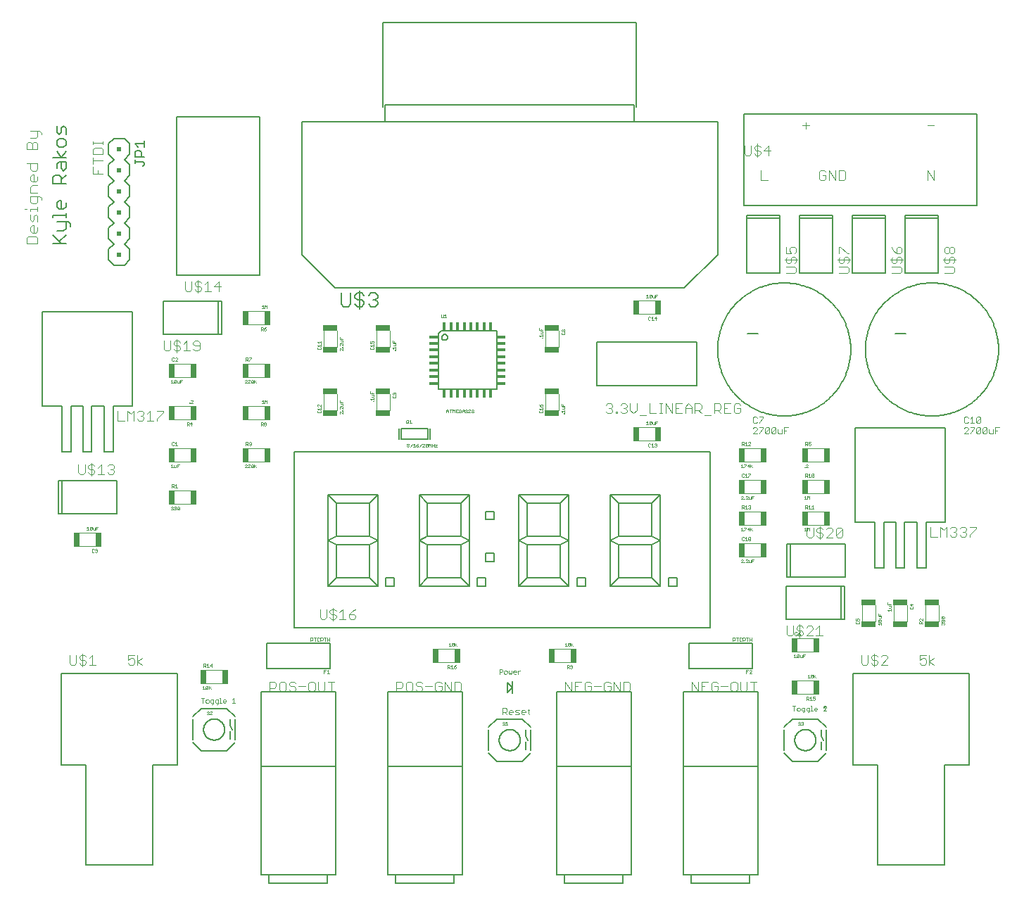
<source format=gto>
G75*
%MOIN*%
%OFA0B0*%
%FSLAX25Y25*%
%IPPOS*%
%LPD*%
%AMOC8*
5,1,8,0,0,1.08239X$1,22.5*
%
%ADD10C,0.00200*%
%ADD11C,0.00500*%
%ADD12C,0.00400*%
%ADD13C,0.00100*%
%ADD14R,0.02953X0.06693*%
%ADD15R,0.06693X0.02953*%
%ADD16C,0.00600*%
%ADD17R,0.03900X0.01800*%
%ADD18R,0.01800X0.03900*%
%ADD19C,0.00800*%
%ADD20R,0.02000X0.02000*%
%ADD21C,0.00300*%
D10*
X0121384Y0174400D02*
X0121384Y0176602D01*
X0120650Y0176602D02*
X0122118Y0176602D01*
X0122860Y0175501D02*
X0122860Y0174767D01*
X0123227Y0174400D01*
X0123961Y0174400D01*
X0124328Y0174767D01*
X0124328Y0175501D01*
X0123961Y0175868D01*
X0123227Y0175868D01*
X0122860Y0175501D01*
X0125070Y0175501D02*
X0125070Y0174767D01*
X0125437Y0174400D01*
X0126538Y0174400D01*
X0126538Y0174033D02*
X0126538Y0175868D01*
X0125437Y0175868D01*
X0125070Y0175501D01*
X0125804Y0173666D02*
X0126171Y0173666D01*
X0126538Y0174033D01*
X0127280Y0174767D02*
X0127647Y0174400D01*
X0128748Y0174400D01*
X0128748Y0174033D02*
X0128748Y0175868D01*
X0127647Y0175868D01*
X0127280Y0175501D01*
X0127280Y0174767D01*
X0128014Y0173666D02*
X0128381Y0173666D01*
X0128748Y0174033D01*
X0129490Y0174400D02*
X0130223Y0174400D01*
X0129856Y0174400D02*
X0129856Y0176602D01*
X0129490Y0176602D01*
X0130963Y0175501D02*
X0131330Y0175868D01*
X0132064Y0175868D01*
X0132431Y0175501D01*
X0132431Y0175134D01*
X0130963Y0175134D01*
X0130963Y0174767D02*
X0130963Y0175501D01*
X0130963Y0174767D02*
X0131330Y0174400D01*
X0132064Y0174400D01*
X0135383Y0174400D02*
X0136850Y0174400D01*
X0136116Y0174400D02*
X0136116Y0176602D01*
X0135383Y0175868D01*
X0261900Y0188150D02*
X0261900Y0190352D01*
X0263001Y0190352D01*
X0263368Y0189985D01*
X0263368Y0189251D01*
X0263001Y0188884D01*
X0261900Y0188884D01*
X0264110Y0189251D02*
X0264110Y0188517D01*
X0264477Y0188150D01*
X0265211Y0188150D01*
X0265578Y0188517D01*
X0265578Y0189251D01*
X0265211Y0189618D01*
X0264477Y0189618D01*
X0264110Y0189251D01*
X0266320Y0189618D02*
X0266320Y0188517D01*
X0266687Y0188150D01*
X0267054Y0188517D01*
X0267421Y0188150D01*
X0267788Y0188517D01*
X0267788Y0189618D01*
X0268530Y0189251D02*
X0268897Y0189618D01*
X0269631Y0189618D01*
X0269998Y0189251D01*
X0269998Y0188884D01*
X0268530Y0188884D01*
X0268530Y0188517D02*
X0268530Y0189251D01*
X0268530Y0188517D02*
X0268897Y0188150D01*
X0269631Y0188150D01*
X0270740Y0188150D02*
X0270740Y0189618D01*
X0271473Y0189618D02*
X0271840Y0189618D01*
X0271473Y0189618D02*
X0270740Y0188884D01*
X0400650Y0172852D02*
X0402118Y0172852D01*
X0400650Y0172852D01*
X0401384Y0172852D02*
X0401384Y0170650D01*
X0401384Y0172852D01*
X0402860Y0171751D02*
X0403227Y0172118D01*
X0403961Y0172118D01*
X0404328Y0171751D01*
X0404328Y0171017D01*
X0403961Y0170650D01*
X0403227Y0170650D01*
X0402860Y0171017D01*
X0402860Y0171751D01*
X0402860Y0171017D01*
X0403227Y0170650D01*
X0403961Y0170650D01*
X0404328Y0171017D01*
X0404328Y0171751D01*
X0403961Y0172118D01*
X0403227Y0172118D01*
X0402860Y0171751D01*
X0405070Y0171751D02*
X0405070Y0171017D01*
X0405437Y0170650D01*
X0406538Y0170650D01*
X0405437Y0170650D01*
X0405070Y0171017D01*
X0405070Y0171751D01*
X0405437Y0172118D01*
X0406538Y0172118D01*
X0406538Y0170283D01*
X0406171Y0169916D01*
X0405804Y0169916D01*
X0406171Y0169916D01*
X0406538Y0170283D01*
X0406538Y0172118D01*
X0405437Y0172118D01*
X0405070Y0171751D01*
X0407280Y0171751D02*
X0407647Y0172118D01*
X0408748Y0172118D01*
X0408748Y0170283D01*
X0408381Y0169916D01*
X0408014Y0169916D01*
X0408381Y0169916D01*
X0408748Y0170283D01*
X0408748Y0172118D01*
X0407647Y0172118D01*
X0407280Y0171751D01*
X0407280Y0171017D01*
X0407647Y0170650D01*
X0408748Y0170650D01*
X0407647Y0170650D01*
X0407280Y0171017D01*
X0407280Y0171751D01*
X0409490Y0172852D02*
X0409856Y0172852D01*
X0409856Y0170650D01*
X0409856Y0172852D01*
X0409490Y0172852D01*
X0410963Y0171751D02*
X0411330Y0172118D01*
X0412064Y0172118D01*
X0412431Y0171751D01*
X0412431Y0171384D01*
X0410963Y0171384D01*
X0412431Y0171384D01*
X0412431Y0171751D01*
X0412064Y0172118D01*
X0411330Y0172118D01*
X0410963Y0171751D01*
X0410963Y0171017D01*
X0411330Y0170650D01*
X0412064Y0170650D01*
X0411330Y0170650D01*
X0410963Y0171017D01*
X0410963Y0171751D01*
X0410223Y0170650D02*
X0409490Y0170650D01*
X0410223Y0170650D01*
X0415383Y0170650D02*
X0416850Y0172118D01*
X0416850Y0172485D01*
X0416483Y0172852D01*
X0415750Y0172852D01*
X0415383Y0172485D01*
X0415383Y0172118D02*
X0416116Y0172852D01*
X0416116Y0170650D01*
X0415383Y0170650D02*
X0416850Y0170650D01*
X0415383Y0170650D01*
D11*
X0097548Y0097745D02*
X0066052Y0097745D01*
X0066052Y0144989D01*
X0054241Y0144989D01*
X0054241Y0152863D01*
X0054241Y0188296D01*
X0109359Y0188296D01*
X0109359Y0152863D01*
X0109359Y0144989D01*
X0097548Y0144989D01*
X0097548Y0097745D01*
X0148926Y0093060D02*
X0152863Y0093060D01*
X0152863Y0089123D01*
X0180422Y0089123D01*
X0180422Y0093060D01*
X0184359Y0093060D01*
X0184359Y0144241D01*
X0148926Y0144241D01*
X0148926Y0093060D01*
X0152863Y0093060D02*
X0180422Y0093060D01*
X0208926Y0093060D02*
X0212863Y0093060D01*
X0212863Y0089123D01*
X0240422Y0089123D01*
X0240422Y0093060D01*
X0244359Y0093060D01*
X0244359Y0144241D01*
X0208926Y0144241D01*
X0208926Y0093060D01*
X0212863Y0093060D02*
X0240422Y0093060D01*
X0288926Y0093060D02*
X0288926Y0144241D01*
X0324359Y0144241D01*
X0324359Y0093060D01*
X0320422Y0093060D01*
X0292863Y0093060D01*
X0288926Y0093060D01*
X0292863Y0093060D02*
X0292863Y0089123D01*
X0320422Y0089123D01*
X0320422Y0093060D01*
X0348926Y0093060D02*
X0352863Y0093060D01*
X0352863Y0089123D01*
X0380422Y0089123D01*
X0380422Y0093060D01*
X0384359Y0093060D01*
X0384359Y0144241D01*
X0348926Y0144241D01*
X0348926Y0093060D01*
X0352863Y0093060D02*
X0380422Y0093060D01*
X0384359Y0144241D02*
X0384359Y0179674D01*
X0348926Y0179674D01*
X0348926Y0144241D01*
X0324359Y0144241D02*
X0324359Y0179674D01*
X0288926Y0179674D01*
X0288926Y0144241D01*
X0274300Y0152410D02*
X0274300Y0155894D01*
X0275304Y0156761D02*
X0274300Y0158552D01*
X0274300Y0161800D01*
X0244359Y0144241D02*
X0244359Y0179674D01*
X0208926Y0179674D01*
X0208926Y0144241D01*
X0184359Y0144241D02*
X0184359Y0179674D01*
X0148926Y0179674D01*
X0148926Y0144241D01*
X0134300Y0157410D02*
X0134300Y0160894D01*
X0135304Y0161761D02*
X0134300Y0163552D01*
X0134300Y0166800D01*
X0164871Y0209989D02*
X0164871Y0293454D01*
X0221367Y0293454D01*
X0221446Y0293454D02*
X0361721Y0293454D01*
X0361721Y0209989D01*
X0164871Y0209989D01*
X0180619Y0229674D02*
X0204241Y0229674D01*
X0200304Y0233611D01*
X0200304Y0249359D01*
X0204241Y0251328D01*
X0200304Y0253296D01*
X0184556Y0253296D01*
X0180619Y0251328D01*
X0184556Y0249359D01*
X0200304Y0249359D01*
X0200304Y0253296D02*
X0200304Y0269044D01*
X0204241Y0272981D01*
X0180619Y0272981D01*
X0184556Y0269044D01*
X0184556Y0253296D01*
X0184556Y0249359D02*
X0184556Y0233611D01*
X0180619Y0229674D01*
X0180619Y0251328D01*
X0180619Y0272981D01*
X0184556Y0269044D02*
X0200304Y0269044D01*
X0204241Y0272981D02*
X0204241Y0251328D01*
X0204241Y0229674D01*
X0208178Y0229674D02*
X0212115Y0229674D01*
X0212115Y0233611D01*
X0208178Y0233611D01*
X0208178Y0229674D01*
X0200304Y0233611D02*
X0184556Y0233611D01*
X0223926Y0229674D02*
X0247548Y0229674D01*
X0243611Y0233611D01*
X0243611Y0249359D01*
X0247548Y0251328D01*
X0243611Y0253296D01*
X0227863Y0253296D01*
X0223926Y0251328D01*
X0227863Y0249359D01*
X0243611Y0249359D01*
X0243611Y0253296D02*
X0243611Y0269044D01*
X0247548Y0272981D01*
X0223926Y0272981D01*
X0227863Y0269044D01*
X0227863Y0253296D01*
X0227863Y0249359D02*
X0227863Y0233611D01*
X0223926Y0229674D01*
X0223926Y0251328D01*
X0223926Y0272981D01*
X0227863Y0269044D02*
X0243611Y0269044D01*
X0247548Y0272981D02*
X0247548Y0251328D01*
X0247548Y0229674D01*
X0251485Y0229674D02*
X0255422Y0229674D01*
X0255422Y0233611D01*
X0251485Y0233611D01*
X0251485Y0229674D01*
X0243611Y0233611D02*
X0227863Y0233611D01*
X0255422Y0241485D02*
X0259359Y0241485D01*
X0259359Y0245422D01*
X0255422Y0245422D01*
X0255422Y0241485D01*
X0271170Y0251328D02*
X0271170Y0229674D01*
X0294792Y0229674D01*
X0290855Y0233611D01*
X0290855Y0249359D01*
X0294792Y0251328D01*
X0290855Y0253296D01*
X0275107Y0253296D01*
X0271170Y0251328D01*
X0275107Y0249359D01*
X0290855Y0249359D01*
X0290855Y0253296D02*
X0290855Y0269044D01*
X0294792Y0272981D01*
X0271170Y0272981D01*
X0275107Y0269044D01*
X0275107Y0253296D01*
X0275107Y0249359D02*
X0275107Y0233611D01*
X0271170Y0229674D01*
X0275107Y0233611D02*
X0290855Y0233611D01*
X0294792Y0229674D02*
X0294792Y0251328D01*
X0294792Y0272981D01*
X0290855Y0269044D02*
X0275107Y0269044D01*
X0271170Y0272981D02*
X0271170Y0251328D01*
X0259359Y0261170D02*
X0255422Y0261170D01*
X0255422Y0265107D01*
X0259359Y0265107D01*
X0259359Y0261170D01*
X0298729Y0233611D02*
X0302666Y0233611D01*
X0302666Y0229674D01*
X0298729Y0229674D01*
X0298729Y0233611D01*
X0314477Y0229674D02*
X0338099Y0229674D01*
X0334162Y0233611D01*
X0334162Y0249359D01*
X0338099Y0251328D01*
X0334162Y0253296D01*
X0318414Y0253296D01*
X0314477Y0251328D01*
X0318414Y0249359D01*
X0334162Y0249359D01*
X0334162Y0253296D02*
X0334162Y0269044D01*
X0338099Y0272981D01*
X0314477Y0272981D01*
X0318414Y0269044D01*
X0318414Y0253296D01*
X0318414Y0249359D02*
X0318414Y0233611D01*
X0314477Y0229674D01*
X0314477Y0251328D01*
X0314477Y0272981D01*
X0318414Y0269044D02*
X0334162Y0269044D01*
X0338099Y0272981D02*
X0338099Y0251328D01*
X0338099Y0229674D01*
X0342036Y0229674D02*
X0345973Y0229674D01*
X0345973Y0233611D01*
X0342036Y0233611D01*
X0342036Y0229674D01*
X0334162Y0233611D02*
X0318414Y0233611D01*
X0397863Y0229674D02*
X0397863Y0213926D01*
X0423847Y0213926D01*
X0423847Y0229674D01*
X0425422Y0229674D01*
X0425422Y0213926D01*
X0423847Y0213926D01*
X0423847Y0229674D02*
X0397863Y0229674D01*
X0398178Y0233926D02*
X0398178Y0249674D01*
X0399753Y0249674D01*
X0399753Y0233926D01*
X0398178Y0233926D01*
X0399753Y0233926D02*
X0425737Y0233926D01*
X0425737Y0249674D01*
X0399753Y0249674D01*
X0430540Y0260028D02*
X0430540Y0304517D01*
X0473060Y0304517D01*
X0473060Y0260028D01*
X0464005Y0260028D01*
X0464005Y0238375D01*
X0459674Y0238375D01*
X0459674Y0260028D01*
X0453769Y0260028D01*
X0453769Y0238375D01*
X0449831Y0238375D01*
X0449831Y0260028D01*
X0443926Y0260028D01*
X0443926Y0238375D01*
X0439595Y0238375D01*
X0439595Y0260028D01*
X0430540Y0260028D01*
X0429241Y0188296D02*
X0429241Y0152863D01*
X0429241Y0144989D01*
X0441052Y0144989D01*
X0441052Y0097745D01*
X0472548Y0097745D01*
X0472548Y0144989D01*
X0484359Y0144989D01*
X0484359Y0152863D01*
X0484359Y0188296D01*
X0429241Y0188296D01*
X0414300Y0161800D02*
X0414300Y0158552D01*
X0415304Y0156761D01*
X0414300Y0155894D02*
X0414300Y0152410D01*
X0355422Y0324753D02*
X0308178Y0324753D01*
X0308178Y0345225D01*
X0355422Y0345225D01*
X0355422Y0324753D01*
X0349477Y0371052D02*
X0365225Y0386800D01*
X0365225Y0449792D01*
X0325855Y0449792D01*
X0325855Y0457666D01*
X0207745Y0457666D01*
X0207745Y0449792D01*
X0168375Y0449792D01*
X0168375Y0386800D01*
X0184123Y0371052D01*
X0349477Y0371052D01*
X0378926Y0377863D02*
X0378926Y0403847D01*
X0394674Y0403847D01*
X0394674Y0377863D01*
X0378926Y0377863D01*
X0403926Y0377863D02*
X0403926Y0403847D01*
X0419674Y0403847D01*
X0419674Y0377863D01*
X0403926Y0377863D01*
X0428926Y0377863D02*
X0428926Y0403847D01*
X0444674Y0403847D01*
X0444674Y0377863D01*
X0428926Y0377863D01*
X0453926Y0377863D02*
X0453926Y0403847D01*
X0469674Y0403847D01*
X0469674Y0377863D01*
X0453926Y0377863D01*
X0453926Y0403847D02*
X0453926Y0405422D01*
X0469674Y0405422D01*
X0469674Y0403847D01*
X0487981Y0409989D02*
X0487981Y0453296D01*
X0377745Y0453296D01*
X0377745Y0409989D01*
X0487981Y0409989D01*
X0444674Y0405422D02*
X0444674Y0403847D01*
X0444674Y0405422D02*
X0428926Y0405422D01*
X0428926Y0403847D01*
X0419674Y0403847D02*
X0419674Y0405422D01*
X0403926Y0405422D01*
X0403926Y0403847D01*
X0394674Y0403847D02*
X0394674Y0405422D01*
X0378926Y0405422D01*
X0378926Y0403847D01*
X0325855Y0449792D02*
X0207745Y0449792D01*
X0206800Y0456800D02*
X0206800Y0496800D01*
X0326800Y0496800D01*
X0326800Y0456800D01*
X0228099Y0304359D02*
X0215501Y0304359D01*
X0215501Y0299241D01*
X0228099Y0299241D01*
X0228099Y0304359D01*
X0148296Y0377115D02*
X0108926Y0377115D01*
X0108926Y0451918D01*
X0148296Y0451918D01*
X0148296Y0377115D01*
X0130422Y0364674D02*
X0130422Y0348926D01*
X0128847Y0348926D01*
X0128847Y0364674D01*
X0130422Y0364674D01*
X0128847Y0364674D02*
X0102863Y0364674D01*
X0102863Y0348926D01*
X0128847Y0348926D01*
X0088060Y0359517D02*
X0088060Y0315028D01*
X0079005Y0315028D01*
X0079005Y0293375D01*
X0074674Y0293375D01*
X0074674Y0315028D01*
X0068769Y0315028D01*
X0068769Y0293375D01*
X0064831Y0293375D01*
X0064831Y0315028D01*
X0058926Y0315028D01*
X0058926Y0293375D01*
X0054595Y0293375D01*
X0054595Y0315028D01*
X0045540Y0315028D01*
X0045540Y0359517D01*
X0088060Y0359517D01*
X0056550Y0392050D02*
X0050445Y0392050D01*
X0053497Y0393068D02*
X0056550Y0396120D01*
X0055532Y0398127D02*
X0056550Y0399145D01*
X0056550Y0402197D01*
X0057568Y0402197D02*
X0058585Y0401180D01*
X0058585Y0400162D01*
X0057568Y0402197D02*
X0052480Y0402197D01*
X0050445Y0404204D02*
X0050445Y0405222D01*
X0056550Y0405222D01*
X0056550Y0406239D02*
X0056550Y0404204D01*
X0055532Y0408256D02*
X0053497Y0408256D01*
X0052480Y0409273D01*
X0052480Y0411308D01*
X0053497Y0412326D01*
X0054515Y0412326D01*
X0054515Y0408256D01*
X0055532Y0408256D02*
X0056550Y0409273D01*
X0056550Y0411308D01*
X0056550Y0420410D02*
X0050445Y0420410D01*
X0050445Y0423463D01*
X0051462Y0424480D01*
X0053497Y0424480D01*
X0054515Y0423463D01*
X0054515Y0420410D01*
X0054515Y0422445D02*
X0056550Y0424480D01*
X0055532Y0426487D02*
X0056550Y0427505D01*
X0056550Y0430558D01*
X0053497Y0430558D01*
X0052480Y0429540D01*
X0052480Y0427505D01*
X0054515Y0427505D02*
X0054515Y0430558D01*
X0054515Y0432565D02*
X0052480Y0435617D01*
X0053497Y0437629D02*
X0055532Y0437629D01*
X0056550Y0438646D01*
X0056550Y0440682D01*
X0055532Y0441699D01*
X0053497Y0441699D01*
X0052480Y0440682D01*
X0052480Y0438646D01*
X0053497Y0437629D01*
X0056550Y0435617D02*
X0054515Y0432565D01*
X0056550Y0432565D02*
X0050445Y0432565D01*
X0054515Y0427505D02*
X0055532Y0426487D01*
X0056550Y0443706D02*
X0056550Y0446759D01*
X0055532Y0447776D01*
X0054515Y0446759D01*
X0054515Y0444724D01*
X0053497Y0443706D01*
X0052480Y0444724D01*
X0052480Y0447776D01*
X0089246Y0439247D02*
X0093750Y0439247D01*
X0093750Y0437746D02*
X0093750Y0440749D01*
X0090747Y0437746D02*
X0089246Y0439247D01*
X0089997Y0436145D02*
X0091498Y0436145D01*
X0092249Y0435394D01*
X0092249Y0433142D01*
X0093750Y0433142D02*
X0089246Y0433142D01*
X0089246Y0435394D01*
X0089997Y0436145D01*
X0089246Y0431541D02*
X0089246Y0430039D01*
X0089246Y0430790D02*
X0092999Y0430790D01*
X0093750Y0430039D01*
X0093750Y0429289D01*
X0092999Y0428538D01*
X0055532Y0398127D02*
X0052480Y0398127D01*
X0050445Y0396120D02*
X0054515Y0392050D01*
X0054753Y0279674D02*
X0054753Y0263926D01*
X0053178Y0263926D01*
X0053178Y0279674D01*
X0054753Y0279674D01*
X0080737Y0279674D01*
X0080737Y0263926D01*
X0054753Y0263926D01*
D12*
X0063001Y0254898D02*
X0070599Y0254898D01*
X0070599Y0248702D02*
X0063001Y0248702D01*
X0068660Y0281981D02*
X0068660Y0288119D01*
X0069427Y0287352D02*
X0070194Y0286585D01*
X0069427Y0287352D02*
X0067893Y0287352D01*
X0067125Y0286585D01*
X0067125Y0285817D01*
X0067893Y0285050D01*
X0069427Y0285050D01*
X0070194Y0284283D01*
X0070194Y0283515D01*
X0069427Y0282748D01*
X0067893Y0282748D01*
X0067125Y0283515D01*
X0065591Y0283515D02*
X0065591Y0287352D01*
X0062521Y0287352D02*
X0062521Y0283515D01*
X0063289Y0282748D01*
X0064823Y0282748D01*
X0065591Y0283515D01*
X0071729Y0282748D02*
X0074798Y0282748D01*
X0073264Y0282748D02*
X0073264Y0287352D01*
X0071729Y0285817D01*
X0076333Y0286585D02*
X0077100Y0287352D01*
X0078635Y0287352D01*
X0079402Y0286585D01*
X0079402Y0285817D01*
X0078635Y0285050D01*
X0079402Y0284283D01*
X0079402Y0283515D01*
X0078635Y0282748D01*
X0077100Y0282748D01*
X0076333Y0283515D01*
X0077868Y0285050D02*
X0078635Y0285050D01*
X0081173Y0308142D02*
X0084243Y0308142D01*
X0085777Y0308142D02*
X0085777Y0312746D01*
X0087312Y0311211D01*
X0088846Y0312746D01*
X0088846Y0308142D01*
X0090381Y0308909D02*
X0091148Y0308142D01*
X0092683Y0308142D01*
X0093450Y0308909D01*
X0093450Y0309676D01*
X0092683Y0310444D01*
X0091916Y0310444D01*
X0092683Y0310444D02*
X0093450Y0311211D01*
X0093450Y0311978D01*
X0092683Y0312746D01*
X0091148Y0312746D01*
X0090381Y0311978D01*
X0094985Y0311211D02*
X0096520Y0312746D01*
X0096520Y0308142D01*
X0098054Y0308142D02*
X0094985Y0308142D01*
X0099589Y0308142D02*
X0099589Y0308909D01*
X0102658Y0311978D01*
X0102658Y0312746D01*
X0099589Y0312746D01*
X0108001Y0314898D02*
X0115599Y0314898D01*
X0115599Y0308702D02*
X0108001Y0308702D01*
X0108001Y0294898D02*
X0115599Y0294898D01*
X0115599Y0288702D02*
X0108001Y0288702D01*
X0108001Y0274898D02*
X0115599Y0274898D01*
X0115599Y0268702D02*
X0108001Y0268702D01*
X0143001Y0288702D02*
X0150599Y0288702D01*
X0150599Y0294898D02*
X0143001Y0294898D01*
X0143001Y0308702D02*
X0150599Y0308702D01*
X0150599Y0314898D02*
X0143001Y0314898D01*
X0143001Y0328702D02*
X0150599Y0328702D01*
X0150599Y0334898D02*
X0143001Y0334898D01*
X0143001Y0353702D02*
X0150599Y0353702D01*
X0150599Y0359898D02*
X0143001Y0359898D01*
X0129944Y0371743D02*
X0126875Y0371743D01*
X0129177Y0374045D01*
X0129177Y0369441D01*
X0125340Y0369441D02*
X0122271Y0369441D01*
X0123805Y0369441D02*
X0123805Y0374045D01*
X0122271Y0372510D01*
X0120736Y0373278D02*
X0119969Y0374045D01*
X0118434Y0374045D01*
X0117667Y0373278D01*
X0117667Y0372510D01*
X0118434Y0371743D01*
X0119969Y0371743D01*
X0120736Y0370976D01*
X0120736Y0370208D01*
X0119969Y0369441D01*
X0118434Y0369441D01*
X0117667Y0370208D01*
X0116132Y0370208D02*
X0116132Y0374045D01*
X0113063Y0374045D02*
X0113063Y0370208D01*
X0113830Y0369441D01*
X0115365Y0369441D01*
X0116132Y0370208D01*
X0119202Y0368674D02*
X0119202Y0374812D01*
X0119177Y0345856D02*
X0117642Y0345856D01*
X0116875Y0345089D01*
X0116875Y0344321D01*
X0117642Y0343554D01*
X0119944Y0343554D01*
X0119944Y0342019D02*
X0119944Y0345089D01*
X0119177Y0345856D01*
X0119944Y0342019D02*
X0119177Y0341252D01*
X0117642Y0341252D01*
X0116875Y0342019D01*
X0115340Y0341252D02*
X0112271Y0341252D01*
X0113805Y0341252D02*
X0113805Y0345856D01*
X0112271Y0344321D01*
X0110736Y0345089D02*
X0109969Y0345856D01*
X0108434Y0345856D01*
X0107667Y0345089D01*
X0107667Y0344321D01*
X0108434Y0343554D01*
X0109969Y0343554D01*
X0110736Y0342787D01*
X0110736Y0342019D01*
X0109969Y0341252D01*
X0108434Y0341252D01*
X0107667Y0342019D01*
X0106132Y0342019D02*
X0106132Y0345856D01*
X0103063Y0345856D02*
X0103063Y0342019D01*
X0103830Y0341252D01*
X0105365Y0341252D01*
X0106132Y0342019D01*
X0109202Y0340485D02*
X0109202Y0346623D01*
X0108001Y0334898D02*
X0115599Y0334898D01*
X0115599Y0328702D02*
X0108001Y0328702D01*
X0081173Y0312746D02*
X0081173Y0308142D01*
X0043200Y0392000D02*
X0037996Y0392000D01*
X0037996Y0394602D01*
X0038863Y0395470D01*
X0042333Y0395470D01*
X0043200Y0394602D01*
X0043200Y0392000D01*
X0042333Y0397156D02*
X0040598Y0397156D01*
X0039730Y0398024D01*
X0039730Y0399759D01*
X0040598Y0400626D01*
X0041465Y0400626D01*
X0041465Y0397156D01*
X0042333Y0397156D02*
X0043200Y0398024D01*
X0043200Y0399759D01*
X0043200Y0402313D02*
X0043200Y0404915D01*
X0042333Y0405782D01*
X0041465Y0404915D01*
X0041465Y0403180D01*
X0040598Y0402313D01*
X0039730Y0403180D01*
X0039730Y0405782D01*
X0039730Y0407469D02*
X0039730Y0408337D01*
X0043200Y0408337D01*
X0043200Y0409204D02*
X0043200Y0407469D01*
X0042333Y0410907D02*
X0043200Y0411774D01*
X0043200Y0414376D01*
X0044067Y0414376D02*
X0039730Y0414376D01*
X0039730Y0411774D01*
X0040598Y0410907D01*
X0042333Y0410907D01*
X0044935Y0412642D02*
X0044935Y0413509D01*
X0044067Y0414376D01*
X0043200Y0416063D02*
X0039730Y0416063D01*
X0039730Y0418665D01*
X0040598Y0419533D01*
X0043200Y0419533D01*
X0042333Y0421220D02*
X0040598Y0421220D01*
X0039730Y0422087D01*
X0039730Y0423822D01*
X0040598Y0424689D01*
X0041465Y0424689D01*
X0041465Y0421220D01*
X0042333Y0421220D02*
X0043200Y0422087D01*
X0043200Y0423822D01*
X0042333Y0426376D02*
X0040598Y0426376D01*
X0039730Y0427243D01*
X0039730Y0429846D01*
X0037996Y0429846D02*
X0043200Y0429846D01*
X0043200Y0427243D01*
X0042333Y0426376D01*
X0043200Y0436689D02*
X0037996Y0436689D01*
X0037996Y0439291D01*
X0038863Y0440158D01*
X0039730Y0440158D01*
X0040598Y0439291D01*
X0040598Y0436689D01*
X0040598Y0439291D02*
X0041465Y0440158D01*
X0042333Y0440158D01*
X0043200Y0439291D01*
X0043200Y0436689D01*
X0042333Y0441845D02*
X0043200Y0442713D01*
X0043200Y0445315D01*
X0044067Y0445315D02*
X0044935Y0444447D01*
X0044935Y0443580D01*
X0044067Y0445315D02*
X0039730Y0445315D01*
X0039730Y0441845D02*
X0042333Y0441845D01*
X0069496Y0440465D02*
X0069496Y0438931D01*
X0069496Y0439698D02*
X0074100Y0439698D01*
X0074100Y0438931D02*
X0074100Y0440465D01*
X0073333Y0437396D02*
X0070263Y0437396D01*
X0069496Y0436629D01*
X0069496Y0434327D01*
X0074100Y0434327D01*
X0074100Y0436629D01*
X0073333Y0437396D01*
X0069496Y0432792D02*
X0069496Y0429723D01*
X0069496Y0431257D02*
X0074100Y0431257D01*
X0071798Y0426654D02*
X0071798Y0425119D01*
X0069496Y0425119D02*
X0069496Y0428188D01*
X0069496Y0425119D02*
X0074100Y0425119D01*
X0037996Y0408337D02*
X0037128Y0408337D01*
X0178702Y0350599D02*
X0178702Y0343001D01*
X0184898Y0343001D02*
X0184898Y0350599D01*
X0203702Y0350599D02*
X0203702Y0343001D01*
X0209898Y0343001D02*
X0209898Y0350599D01*
X0209898Y0320599D02*
X0209898Y0313001D01*
X0203702Y0313001D02*
X0203702Y0320599D01*
X0184898Y0320599D02*
X0184898Y0313001D01*
X0178702Y0313001D02*
X0178702Y0320599D01*
X0183020Y0219497D02*
X0183020Y0213359D01*
X0182253Y0214126D02*
X0183788Y0214126D01*
X0184555Y0214893D01*
X0184555Y0215661D01*
X0183788Y0216428D01*
X0182253Y0216428D01*
X0181486Y0217195D01*
X0181486Y0217963D01*
X0182253Y0218730D01*
X0183788Y0218730D01*
X0184555Y0217963D01*
X0186090Y0217195D02*
X0187624Y0218730D01*
X0187624Y0214126D01*
X0186090Y0214126D02*
X0189159Y0214126D01*
X0190694Y0214893D02*
X0191461Y0214126D01*
X0192996Y0214126D01*
X0193763Y0214893D01*
X0193763Y0215661D01*
X0192996Y0216428D01*
X0190694Y0216428D01*
X0190694Y0214893D01*
X0190694Y0216428D02*
X0192228Y0217963D01*
X0193763Y0218730D01*
X0182253Y0214126D02*
X0181486Y0214893D01*
X0179951Y0214893D02*
X0179951Y0218730D01*
X0176882Y0218730D02*
X0176882Y0214893D01*
X0177649Y0214126D01*
X0179184Y0214126D01*
X0179951Y0214893D01*
X0180687Y0184478D02*
X0183756Y0184478D01*
X0182221Y0184478D02*
X0182221Y0179874D01*
X0179152Y0180641D02*
X0179152Y0184478D01*
X0176083Y0184478D02*
X0176083Y0180641D01*
X0176850Y0179874D01*
X0178385Y0179874D01*
X0179152Y0180641D01*
X0174548Y0180641D02*
X0174548Y0183711D01*
X0173781Y0184478D01*
X0172246Y0184478D01*
X0171479Y0183711D01*
X0171479Y0180641D01*
X0172246Y0179874D01*
X0173781Y0179874D01*
X0174548Y0180641D01*
X0169944Y0182176D02*
X0166875Y0182176D01*
X0165340Y0181409D02*
X0165340Y0180641D01*
X0164573Y0179874D01*
X0163038Y0179874D01*
X0162271Y0180641D01*
X0160736Y0180641D02*
X0160736Y0183711D01*
X0159969Y0184478D01*
X0158434Y0184478D01*
X0157667Y0183711D01*
X0157667Y0180641D01*
X0158434Y0179874D01*
X0159969Y0179874D01*
X0160736Y0180641D01*
X0163038Y0182176D02*
X0164573Y0182176D01*
X0165340Y0181409D01*
X0165340Y0183711D02*
X0164573Y0184478D01*
X0163038Y0184478D01*
X0162271Y0183711D01*
X0162271Y0182943D01*
X0163038Y0182176D01*
X0156132Y0182176D02*
X0156132Y0183711D01*
X0155365Y0184478D01*
X0153063Y0184478D01*
X0153063Y0179874D01*
X0153063Y0181409D02*
X0155365Y0181409D01*
X0156132Y0182176D01*
X0130599Y0183702D02*
X0123001Y0183702D01*
X0123001Y0189898D02*
X0130599Y0189898D01*
X0092843Y0192433D02*
X0090541Y0193968D01*
X0092843Y0195502D01*
X0090541Y0197037D02*
X0090541Y0192433D01*
X0089006Y0193200D02*
X0088239Y0192433D01*
X0086704Y0192433D01*
X0085937Y0193200D01*
X0085937Y0194735D02*
X0087472Y0195502D01*
X0088239Y0195502D01*
X0089006Y0194735D01*
X0089006Y0193200D01*
X0085937Y0194735D02*
X0085937Y0197037D01*
X0089006Y0197037D01*
X0070655Y0192433D02*
X0067586Y0192433D01*
X0069120Y0192433D02*
X0069120Y0197037D01*
X0067586Y0195502D01*
X0066051Y0196270D02*
X0065284Y0197037D01*
X0063749Y0197037D01*
X0062982Y0196270D01*
X0062982Y0195502D01*
X0063749Y0194735D01*
X0065284Y0194735D01*
X0066051Y0193968D01*
X0066051Y0193200D01*
X0065284Y0192433D01*
X0063749Y0192433D01*
X0062982Y0193200D01*
X0061447Y0193200D02*
X0061447Y0197037D01*
X0058378Y0197037D02*
X0058378Y0193200D01*
X0059145Y0192433D01*
X0060680Y0192433D01*
X0061447Y0193200D01*
X0064517Y0191666D02*
X0064517Y0197804D01*
X0213063Y0184478D02*
X0213063Y0179874D01*
X0213063Y0181409D02*
X0215365Y0181409D01*
X0216132Y0182176D01*
X0216132Y0183711D01*
X0215365Y0184478D01*
X0213063Y0184478D01*
X0217667Y0183711D02*
X0217667Y0180641D01*
X0218434Y0179874D01*
X0219969Y0179874D01*
X0220736Y0180641D01*
X0220736Y0183711D01*
X0219969Y0184478D01*
X0218434Y0184478D01*
X0217667Y0183711D01*
X0222271Y0183711D02*
X0222271Y0182943D01*
X0223038Y0182176D01*
X0224573Y0182176D01*
X0225340Y0181409D01*
X0225340Y0180641D01*
X0224573Y0179874D01*
X0223038Y0179874D01*
X0222271Y0180641D01*
X0222271Y0183711D02*
X0223038Y0184478D01*
X0224573Y0184478D01*
X0225340Y0183711D01*
X0226875Y0182176D02*
X0229944Y0182176D01*
X0231479Y0183711D02*
X0231479Y0180641D01*
X0232246Y0179874D01*
X0233781Y0179874D01*
X0234548Y0180641D01*
X0234548Y0182176D01*
X0233013Y0182176D01*
X0231479Y0183711D02*
X0232246Y0184478D01*
X0233781Y0184478D01*
X0234548Y0183711D01*
X0236083Y0184478D02*
X0239152Y0179874D01*
X0239152Y0184478D01*
X0240687Y0184478D02*
X0242988Y0184478D01*
X0243756Y0183711D01*
X0243756Y0180641D01*
X0242988Y0179874D01*
X0240687Y0179874D01*
X0240687Y0184478D01*
X0236083Y0184478D02*
X0236083Y0179874D01*
X0233001Y0193702D02*
X0240599Y0193702D01*
X0240599Y0199898D02*
X0233001Y0199898D01*
X0288001Y0199898D02*
X0295599Y0199898D01*
X0295599Y0193702D02*
X0288001Y0193702D01*
X0293063Y0184478D02*
X0296132Y0179874D01*
X0296132Y0184478D01*
X0297667Y0184478D02*
X0297667Y0179874D01*
X0300736Y0179874D01*
X0302271Y0180641D02*
X0303038Y0179874D01*
X0304573Y0179874D01*
X0305340Y0180641D01*
X0305340Y0182176D01*
X0303805Y0182176D01*
X0302271Y0183711D02*
X0302271Y0180641D01*
X0302271Y0183711D02*
X0303038Y0184478D01*
X0304573Y0184478D01*
X0305340Y0183711D01*
X0306875Y0182176D02*
X0309944Y0182176D01*
X0311479Y0183711D02*
X0311479Y0180641D01*
X0312246Y0179874D01*
X0313781Y0179874D01*
X0314548Y0180641D01*
X0314548Y0182176D01*
X0313013Y0182176D01*
X0311479Y0183711D02*
X0312246Y0184478D01*
X0313781Y0184478D01*
X0314548Y0183711D01*
X0316083Y0184478D02*
X0319152Y0179874D01*
X0319152Y0184478D01*
X0320687Y0184478D02*
X0322988Y0184478D01*
X0323756Y0183711D01*
X0323756Y0180641D01*
X0322988Y0179874D01*
X0320687Y0179874D01*
X0320687Y0184478D01*
X0316083Y0184478D02*
X0316083Y0179874D01*
X0300736Y0184478D02*
X0297667Y0184478D01*
X0297667Y0182176D02*
X0299202Y0182176D01*
X0293063Y0179874D02*
X0293063Y0184478D01*
X0353063Y0184478D02*
X0353063Y0179874D01*
X0356132Y0179874D02*
X0353063Y0184478D01*
X0356132Y0184478D02*
X0356132Y0179874D01*
X0357667Y0179874D02*
X0360736Y0179874D01*
X0362271Y0180641D02*
X0363038Y0179874D01*
X0364573Y0179874D01*
X0365340Y0180641D01*
X0365340Y0182176D01*
X0363805Y0182176D01*
X0362271Y0183711D02*
X0362271Y0180641D01*
X0362271Y0183711D02*
X0363038Y0184478D01*
X0364573Y0184478D01*
X0365340Y0183711D01*
X0366875Y0182176D02*
X0369944Y0182176D01*
X0371479Y0183711D02*
X0371479Y0180641D01*
X0372246Y0179874D01*
X0373781Y0179874D01*
X0374548Y0180641D01*
X0374548Y0183711D01*
X0373781Y0184478D01*
X0372246Y0184478D01*
X0371479Y0183711D01*
X0376083Y0184478D02*
X0376083Y0180641D01*
X0376850Y0179874D01*
X0378385Y0179874D01*
X0379152Y0180641D01*
X0379152Y0184478D01*
X0380687Y0184478D02*
X0383756Y0184478D01*
X0382221Y0184478D02*
X0382221Y0179874D01*
X0360736Y0184478D02*
X0357667Y0184478D01*
X0357667Y0179874D01*
X0357667Y0182176D02*
X0359202Y0182176D01*
X0398063Y0207019D02*
X0398830Y0206252D01*
X0400365Y0206252D01*
X0401132Y0207019D01*
X0401132Y0210856D01*
X0402667Y0210089D02*
X0403434Y0210856D01*
X0404969Y0210856D01*
X0405736Y0210089D01*
X0407271Y0210089D02*
X0408038Y0210856D01*
X0409573Y0210856D01*
X0410340Y0210089D01*
X0410340Y0209321D01*
X0407271Y0206252D01*
X0410340Y0206252D01*
X0410599Y0204898D02*
X0403001Y0204898D01*
X0404202Y0205485D02*
X0404202Y0211623D01*
X0402667Y0210089D02*
X0402667Y0209321D01*
X0403434Y0208554D01*
X0404969Y0208554D01*
X0405736Y0207787D01*
X0405736Y0207019D01*
X0404969Y0206252D01*
X0403434Y0206252D01*
X0402667Y0207019D01*
X0398063Y0207019D02*
X0398063Y0210856D01*
X0403001Y0198702D02*
X0410599Y0198702D01*
X0411875Y0206252D02*
X0414944Y0206252D01*
X0413409Y0206252D02*
X0413409Y0210856D01*
X0411875Y0209321D01*
X0433702Y0213001D02*
X0433702Y0220599D01*
X0439898Y0220599D02*
X0439898Y0213001D01*
X0448702Y0213001D02*
X0448702Y0220599D01*
X0454898Y0220599D02*
X0454898Y0213001D01*
X0463702Y0213001D02*
X0463702Y0220599D01*
X0469898Y0220599D02*
X0469898Y0213001D01*
X0465541Y0197037D02*
X0465541Y0192433D01*
X0465541Y0193968D02*
X0467843Y0195502D01*
X0465541Y0193968D02*
X0467843Y0192433D01*
X0464006Y0193200D02*
X0463239Y0192433D01*
X0461704Y0192433D01*
X0460937Y0193200D01*
X0460937Y0194735D02*
X0462472Y0195502D01*
X0463239Y0195502D01*
X0464006Y0194735D01*
X0464006Y0193200D01*
X0460937Y0194735D02*
X0460937Y0197037D01*
X0464006Y0197037D01*
X0445655Y0196270D02*
X0444888Y0197037D01*
X0443353Y0197037D01*
X0442586Y0196270D01*
X0441051Y0196270D02*
X0440284Y0197037D01*
X0438749Y0197037D01*
X0437982Y0196270D01*
X0437982Y0195502D01*
X0438749Y0194735D01*
X0440284Y0194735D01*
X0441051Y0193968D01*
X0441051Y0193200D01*
X0440284Y0192433D01*
X0438749Y0192433D01*
X0437982Y0193200D01*
X0436447Y0193200D02*
X0436447Y0197037D01*
X0433378Y0197037D02*
X0433378Y0193200D01*
X0434145Y0192433D01*
X0435680Y0192433D01*
X0436447Y0193200D01*
X0439517Y0191666D02*
X0439517Y0197804D01*
X0442586Y0192433D02*
X0445655Y0195502D01*
X0445655Y0196270D01*
X0445655Y0192433D02*
X0442586Y0192433D01*
X0410599Y0184898D02*
X0403001Y0184898D01*
X0403001Y0178702D02*
X0410599Y0178702D01*
X0385599Y0243702D02*
X0378001Y0243702D01*
X0378001Y0249898D02*
X0385599Y0249898D01*
X0385599Y0258702D02*
X0378001Y0258702D01*
X0378001Y0264898D02*
X0385599Y0264898D01*
X0385599Y0273702D02*
X0378001Y0273702D01*
X0378001Y0279898D02*
X0385599Y0279898D01*
X0385599Y0288702D02*
X0378001Y0288702D01*
X0378001Y0294898D02*
X0385599Y0294898D01*
X0375235Y0311567D02*
X0376003Y0312334D01*
X0376003Y0313869D01*
X0374468Y0313869D01*
X0376003Y0315404D02*
X0375235Y0316171D01*
X0373701Y0316171D01*
X0372933Y0315404D01*
X0372933Y0312334D01*
X0373701Y0311567D01*
X0375235Y0311567D01*
X0371399Y0311567D02*
X0368329Y0311567D01*
X0368329Y0316171D01*
X0371399Y0316171D01*
X0369864Y0313869D02*
X0368329Y0313869D01*
X0366795Y0313869D02*
X0366027Y0313102D01*
X0363725Y0313102D01*
X0365260Y0313102D02*
X0366795Y0311567D01*
X0366795Y0313869D02*
X0366795Y0315404D01*
X0366027Y0316171D01*
X0363725Y0316171D01*
X0363725Y0311567D01*
X0362191Y0310800D02*
X0359122Y0310800D01*
X0357587Y0311567D02*
X0356052Y0313102D01*
X0356820Y0313102D02*
X0354518Y0313102D01*
X0354518Y0311567D02*
X0354518Y0316171D01*
X0356820Y0316171D01*
X0357587Y0315404D01*
X0357587Y0313869D01*
X0356820Y0313102D01*
X0352983Y0313869D02*
X0349914Y0313869D01*
X0349914Y0314636D02*
X0351448Y0316171D01*
X0352983Y0314636D01*
X0352983Y0311567D01*
X0349914Y0311567D02*
X0349914Y0314636D01*
X0348379Y0316171D02*
X0345310Y0316171D01*
X0345310Y0311567D01*
X0348379Y0311567D01*
X0346844Y0313869D02*
X0345310Y0313869D01*
X0343775Y0311567D02*
X0343775Y0316171D01*
X0340706Y0316171D02*
X0343775Y0311567D01*
X0340706Y0311567D02*
X0340706Y0316171D01*
X0339171Y0316171D02*
X0337637Y0316171D01*
X0338404Y0316171D02*
X0338404Y0311567D01*
X0337637Y0311567D02*
X0339171Y0311567D01*
X0336102Y0311567D02*
X0333033Y0311567D01*
X0333033Y0316171D01*
X0331498Y0310800D02*
X0328429Y0310800D01*
X0326894Y0313102D02*
X0326894Y0316171D01*
X0323825Y0316171D02*
X0323825Y0313102D01*
X0325359Y0311567D01*
X0326894Y0313102D01*
X0322290Y0313102D02*
X0322290Y0312334D01*
X0321523Y0311567D01*
X0319988Y0311567D01*
X0319221Y0312334D01*
X0317686Y0312334D02*
X0317686Y0311567D01*
X0316919Y0311567D01*
X0316919Y0312334D01*
X0317686Y0312334D01*
X0315384Y0312334D02*
X0314617Y0311567D01*
X0313082Y0311567D01*
X0312315Y0312334D01*
X0313850Y0313869D02*
X0314617Y0313869D01*
X0315384Y0313102D01*
X0315384Y0312334D01*
X0314617Y0313869D02*
X0315384Y0314636D01*
X0315384Y0315404D01*
X0314617Y0316171D01*
X0313082Y0316171D01*
X0312315Y0315404D01*
X0319221Y0315404D02*
X0319988Y0316171D01*
X0321523Y0316171D01*
X0322290Y0315404D01*
X0322290Y0314636D01*
X0321523Y0313869D01*
X0322290Y0313102D01*
X0321523Y0313869D02*
X0320755Y0313869D01*
X0328001Y0304898D02*
X0335599Y0304898D01*
X0335599Y0298702D02*
X0328001Y0298702D01*
X0289898Y0313001D02*
X0289898Y0320599D01*
X0283702Y0320599D02*
X0283702Y0313001D01*
X0283702Y0343001D02*
X0283702Y0350599D01*
X0289898Y0350599D02*
X0289898Y0343001D01*
X0328001Y0358702D02*
X0335599Y0358702D01*
X0335599Y0364898D02*
X0328001Y0364898D01*
X0385819Y0422000D02*
X0388888Y0422000D01*
X0385819Y0422000D02*
X0385819Y0426604D01*
X0384083Y0433044D02*
X0384083Y0439182D01*
X0383316Y0438415D02*
X0384851Y0438415D01*
X0385618Y0437648D01*
X0384851Y0436113D02*
X0383316Y0436113D01*
X0382549Y0436880D01*
X0382549Y0437648D01*
X0383316Y0438415D01*
X0381014Y0438415D02*
X0381014Y0434578D01*
X0380247Y0433811D01*
X0378712Y0433811D01*
X0377945Y0434578D01*
X0377945Y0438415D01*
X0382549Y0434578D02*
X0383316Y0433811D01*
X0384851Y0433811D01*
X0385618Y0434578D01*
X0385618Y0435346D01*
X0384851Y0436113D01*
X0387153Y0436113D02*
X0390222Y0436113D01*
X0389455Y0438415D02*
X0387153Y0436113D01*
X0389455Y0433811D02*
X0389455Y0438415D01*
X0405504Y0447924D02*
X0408573Y0447924D01*
X0407039Y0449459D02*
X0407039Y0446389D01*
X0414145Y0426604D02*
X0413378Y0425837D01*
X0413378Y0422767D01*
X0414145Y0422000D01*
X0415680Y0422000D01*
X0416447Y0422767D01*
X0416447Y0424302D01*
X0414913Y0424302D01*
X0416447Y0425837D02*
X0415680Y0426604D01*
X0414145Y0426604D01*
X0417982Y0426604D02*
X0421051Y0422000D01*
X0421051Y0426604D01*
X0422586Y0426604D02*
X0424888Y0426604D01*
X0425655Y0425837D01*
X0425655Y0422767D01*
X0424888Y0422000D01*
X0422586Y0422000D01*
X0422586Y0426604D01*
X0417982Y0426604D02*
X0417982Y0422000D01*
X0422744Y0390340D02*
X0423511Y0390340D01*
X0426581Y0387271D01*
X0427348Y0387271D01*
X0426581Y0385736D02*
X0425813Y0385736D01*
X0425046Y0384969D01*
X0425046Y0383434D01*
X0424279Y0382667D01*
X0423511Y0382667D01*
X0422744Y0383434D01*
X0422744Y0384969D01*
X0423511Y0385736D01*
X0422744Y0387271D02*
X0422744Y0390340D01*
X0426581Y0385736D02*
X0427348Y0384969D01*
X0427348Y0383434D01*
X0426581Y0382667D01*
X0426581Y0381132D02*
X0422744Y0381132D01*
X0422744Y0378063D02*
X0426581Y0378063D01*
X0427348Y0378830D01*
X0427348Y0380365D01*
X0426581Y0381132D01*
X0428115Y0384202D02*
X0421977Y0384202D01*
X0403115Y0384202D02*
X0396977Y0384202D01*
X0397744Y0384969D02*
X0397744Y0383434D01*
X0398511Y0382667D01*
X0399279Y0382667D01*
X0400046Y0383434D01*
X0400046Y0384969D01*
X0400813Y0385736D01*
X0401581Y0385736D01*
X0402348Y0384969D01*
X0402348Y0383434D01*
X0401581Y0382667D01*
X0401581Y0381132D02*
X0397744Y0381132D01*
X0397744Y0378063D02*
X0401581Y0378063D01*
X0402348Y0378830D01*
X0402348Y0380365D01*
X0401581Y0381132D01*
X0397744Y0384969D02*
X0398511Y0385736D01*
X0397744Y0387271D02*
X0400046Y0387271D01*
X0399279Y0388805D01*
X0399279Y0389573D01*
X0400046Y0390340D01*
X0401581Y0390340D01*
X0402348Y0389573D01*
X0402348Y0388038D01*
X0401581Y0387271D01*
X0397744Y0387271D02*
X0397744Y0390340D01*
X0446977Y0384202D02*
X0453115Y0384202D01*
X0452348Y0384969D02*
X0452348Y0383434D01*
X0451581Y0382667D01*
X0451581Y0381132D02*
X0447744Y0381132D01*
X0448511Y0382667D02*
X0447744Y0383434D01*
X0447744Y0384969D01*
X0448511Y0385736D01*
X0450046Y0384969D02*
X0450046Y0383434D01*
X0449279Y0382667D01*
X0448511Y0382667D01*
X0450046Y0384969D02*
X0450813Y0385736D01*
X0451581Y0385736D01*
X0452348Y0384969D01*
X0451581Y0387271D02*
X0452348Y0388038D01*
X0452348Y0389573D01*
X0451581Y0390340D01*
X0450813Y0390340D01*
X0450046Y0389573D01*
X0450046Y0387271D01*
X0451581Y0387271D01*
X0450046Y0387271D02*
X0448511Y0388805D01*
X0447744Y0390340D01*
X0451581Y0381132D02*
X0452348Y0380365D01*
X0452348Y0378830D01*
X0451581Y0378063D01*
X0447744Y0378063D01*
X0471977Y0384202D02*
X0478115Y0384202D01*
X0477348Y0384969D02*
X0477348Y0383434D01*
X0476581Y0382667D01*
X0476581Y0381132D02*
X0472744Y0381132D01*
X0473511Y0382667D02*
X0472744Y0383434D01*
X0472744Y0384969D01*
X0473511Y0385736D01*
X0473511Y0387271D02*
X0474279Y0387271D01*
X0475046Y0388038D01*
X0475046Y0389573D01*
X0475813Y0390340D01*
X0476581Y0390340D01*
X0477348Y0389573D01*
X0477348Y0388038D01*
X0476581Y0387271D01*
X0475813Y0387271D01*
X0475046Y0388038D01*
X0475046Y0389573D02*
X0474279Y0390340D01*
X0473511Y0390340D01*
X0472744Y0389573D01*
X0472744Y0388038D01*
X0473511Y0387271D01*
X0475046Y0384969D02*
X0475046Y0383434D01*
X0474279Y0382667D01*
X0473511Y0382667D01*
X0475046Y0384969D02*
X0475813Y0385736D01*
X0476581Y0385736D01*
X0477348Y0384969D01*
X0476581Y0381132D02*
X0477348Y0380365D01*
X0477348Y0378830D01*
X0476581Y0378063D01*
X0472744Y0378063D01*
X0467628Y0422000D02*
X0467628Y0426604D01*
X0464559Y0426604D02*
X0467628Y0422000D01*
X0464559Y0422000D02*
X0464559Y0426604D01*
X0464559Y0447924D02*
X0467628Y0447924D01*
X0415599Y0294898D02*
X0408001Y0294898D01*
X0408001Y0288702D02*
X0415599Y0288702D01*
X0415599Y0279898D02*
X0408001Y0279898D01*
X0408001Y0273702D02*
X0415599Y0273702D01*
X0415599Y0264898D02*
X0408001Y0264898D01*
X0408001Y0258702D02*
X0415599Y0258702D01*
X0414427Y0257352D02*
X0415194Y0256585D01*
X0414427Y0257352D02*
X0412893Y0257352D01*
X0412125Y0256585D01*
X0412125Y0255817D01*
X0412893Y0255050D01*
X0414427Y0255050D01*
X0415194Y0254283D01*
X0415194Y0253515D01*
X0414427Y0252748D01*
X0412893Y0252748D01*
X0412125Y0253515D01*
X0410591Y0253515D02*
X0410591Y0257352D01*
X0407521Y0257352D02*
X0407521Y0253515D01*
X0408289Y0252748D01*
X0409823Y0252748D01*
X0410591Y0253515D01*
X0413660Y0251981D02*
X0413660Y0258119D01*
X0416729Y0256585D02*
X0417496Y0257352D01*
X0419031Y0257352D01*
X0419798Y0256585D01*
X0419798Y0255817D01*
X0416729Y0252748D01*
X0419798Y0252748D01*
X0421333Y0253515D02*
X0424402Y0256585D01*
X0424402Y0253515D01*
X0423635Y0252748D01*
X0422100Y0252748D01*
X0421333Y0253515D01*
X0421333Y0256585D01*
X0422100Y0257352D01*
X0423635Y0257352D01*
X0424402Y0256585D01*
X0466173Y0257746D02*
X0466173Y0253142D01*
X0469243Y0253142D01*
X0470777Y0253142D02*
X0470777Y0257746D01*
X0472312Y0256211D01*
X0473846Y0257746D01*
X0473846Y0253142D01*
X0475381Y0253909D02*
X0476148Y0253142D01*
X0477683Y0253142D01*
X0478450Y0253909D01*
X0478450Y0254676D01*
X0477683Y0255444D01*
X0476916Y0255444D01*
X0477683Y0255444D02*
X0478450Y0256211D01*
X0478450Y0256978D01*
X0477683Y0257746D01*
X0476148Y0257746D01*
X0475381Y0256978D01*
X0479985Y0256978D02*
X0480752Y0257746D01*
X0482287Y0257746D01*
X0483054Y0256978D01*
X0483054Y0256211D01*
X0482287Y0255444D01*
X0483054Y0254676D01*
X0483054Y0253909D01*
X0482287Y0253142D01*
X0480752Y0253142D01*
X0479985Y0253909D01*
X0481520Y0255444D02*
X0482287Y0255444D01*
X0484589Y0253909D02*
X0484589Y0253142D01*
X0484589Y0253909D02*
X0487658Y0256978D01*
X0487658Y0257746D01*
X0484589Y0257746D01*
D13*
X0457850Y0221127D02*
X0456349Y0221127D01*
X0457099Y0220377D01*
X0457099Y0221378D01*
X0456599Y0219904D02*
X0456349Y0219654D01*
X0456349Y0219154D01*
X0456599Y0218903D01*
X0457600Y0218903D01*
X0457850Y0219154D01*
X0457850Y0219654D01*
X0457600Y0219904D01*
X0460999Y0214324D02*
X0460749Y0214074D01*
X0460749Y0213573D01*
X0460999Y0213323D01*
X0460999Y0212851D02*
X0461499Y0212851D01*
X0461750Y0212601D01*
X0461750Y0211850D01*
X0462250Y0211850D02*
X0460749Y0211850D01*
X0460749Y0212601D01*
X0460999Y0212851D01*
X0461750Y0212350D02*
X0462250Y0212851D01*
X0462250Y0213323D02*
X0461249Y0214324D01*
X0460999Y0214324D01*
X0462250Y0214324D02*
X0462250Y0213323D01*
X0471249Y0213073D02*
X0471499Y0212823D01*
X0471749Y0212823D01*
X0471999Y0213073D01*
X0471999Y0213824D01*
X0471499Y0213824D02*
X0471249Y0213574D01*
X0471249Y0213073D01*
X0471499Y0212351D02*
X0471749Y0212351D01*
X0471999Y0212101D01*
X0472250Y0212351D01*
X0472500Y0212351D01*
X0472750Y0212101D01*
X0472750Y0211600D01*
X0472500Y0211350D01*
X0471999Y0211850D02*
X0471999Y0212101D01*
X0471499Y0212351D02*
X0471249Y0212101D01*
X0471249Y0211600D01*
X0471499Y0211350D01*
X0472500Y0212823D02*
X0472750Y0213073D01*
X0472750Y0213574D01*
X0472500Y0213824D01*
X0471499Y0213824D01*
X0471499Y0214297D02*
X0471249Y0214547D01*
X0471249Y0215047D01*
X0471499Y0215297D01*
X0472500Y0214297D01*
X0472750Y0214547D01*
X0472750Y0215047D01*
X0472500Y0215297D01*
X0471499Y0215297D01*
X0471499Y0214297D02*
X0472500Y0214297D01*
X0447350Y0217930D02*
X0447350Y0218931D01*
X0447350Y0218431D02*
X0445849Y0218431D01*
X0446349Y0217930D01*
X0446349Y0219403D02*
X0447100Y0219403D01*
X0447350Y0219654D01*
X0447350Y0220404D01*
X0446349Y0220404D01*
X0446599Y0220877D02*
X0446599Y0221377D01*
X0445849Y0220877D02*
X0445849Y0221878D01*
X0445849Y0220877D02*
X0447350Y0220877D01*
X0442750Y0215770D02*
X0441249Y0215770D01*
X0441249Y0216771D01*
X0441999Y0216270D02*
X0441999Y0215770D01*
X0441749Y0215297D02*
X0442750Y0215297D01*
X0442750Y0214547D01*
X0442500Y0214297D01*
X0441749Y0214297D01*
X0441499Y0213824D02*
X0442500Y0212823D01*
X0442750Y0213073D01*
X0442750Y0213574D01*
X0442500Y0213824D01*
X0441499Y0213824D01*
X0441249Y0213574D01*
X0441249Y0213073D01*
X0441499Y0212823D01*
X0442500Y0212823D01*
X0442750Y0212351D02*
X0442750Y0211350D01*
X0442750Y0211850D02*
X0441249Y0211850D01*
X0441749Y0211350D01*
X0432250Y0212100D02*
X0432250Y0212601D01*
X0432000Y0212851D01*
X0432000Y0213323D02*
X0432250Y0213573D01*
X0432250Y0214074D01*
X0432000Y0214324D01*
X0431499Y0214324D01*
X0431249Y0214074D01*
X0431249Y0213824D01*
X0431499Y0213323D01*
X0430749Y0213323D01*
X0430749Y0214324D01*
X0430999Y0212851D02*
X0430749Y0212601D01*
X0430749Y0212100D01*
X0430999Y0211850D01*
X0432000Y0211850D01*
X0432250Y0212100D01*
X0406771Y0197351D02*
X0405770Y0197351D01*
X0405770Y0195850D01*
X0405297Y0195850D02*
X0405297Y0196851D01*
X0405770Y0196601D02*
X0406270Y0196601D01*
X0405297Y0195850D02*
X0404547Y0195850D01*
X0404297Y0196100D01*
X0404297Y0196851D01*
X0403824Y0197101D02*
X0402823Y0196100D01*
X0403073Y0195850D01*
X0403574Y0195850D01*
X0403824Y0196100D01*
X0403824Y0197101D01*
X0403574Y0197351D01*
X0403073Y0197351D01*
X0402823Y0197101D01*
X0402823Y0196100D01*
X0402351Y0195850D02*
X0401350Y0195850D01*
X0401850Y0195850D02*
X0401850Y0197351D01*
X0401350Y0196851D01*
X0402100Y0206350D02*
X0402601Y0206350D01*
X0402851Y0206600D01*
X0403323Y0206600D02*
X0403573Y0206350D01*
X0404074Y0206350D01*
X0404324Y0206600D01*
X0404324Y0206850D01*
X0404074Y0207101D01*
X0403323Y0207101D01*
X0403323Y0206600D01*
X0403323Y0207101D02*
X0403824Y0207601D01*
X0404324Y0207851D01*
X0402851Y0207601D02*
X0402601Y0207851D01*
X0402100Y0207851D01*
X0401850Y0207601D01*
X0401850Y0206600D01*
X0402100Y0206350D01*
X0408431Y0187751D02*
X0408431Y0186250D01*
X0408931Y0186250D02*
X0407930Y0186250D01*
X0407930Y0187251D02*
X0408431Y0187751D01*
X0409403Y0187501D02*
X0409654Y0187751D01*
X0410154Y0187751D01*
X0410404Y0187501D01*
X0409403Y0186500D01*
X0409654Y0186250D01*
X0410154Y0186250D01*
X0410404Y0186500D01*
X0410404Y0187501D01*
X0410877Y0187751D02*
X0410877Y0186250D01*
X0410877Y0186750D02*
X0411878Y0187751D01*
X0411127Y0187001D02*
X0411878Y0186250D01*
X0409403Y0186500D02*
X0409403Y0187501D01*
X0409404Y0177251D02*
X0409404Y0175750D01*
X0409904Y0175750D02*
X0408903Y0175750D01*
X0408431Y0175750D02*
X0407931Y0176250D01*
X0408181Y0176250D02*
X0407430Y0176250D01*
X0407430Y0175750D02*
X0407430Y0177251D01*
X0408181Y0177251D01*
X0408431Y0177001D01*
X0408431Y0176501D01*
X0408181Y0176250D01*
X0408903Y0176751D02*
X0409404Y0177251D01*
X0410377Y0177251D02*
X0410377Y0176501D01*
X0410877Y0176751D01*
X0411127Y0176751D01*
X0411378Y0176501D01*
X0411378Y0176000D01*
X0411127Y0175750D01*
X0410627Y0175750D01*
X0410377Y0176000D01*
X0410377Y0177251D02*
X0411378Y0177251D01*
X0405574Y0165351D02*
X0405824Y0165101D01*
X0405824Y0164851D01*
X0405574Y0164601D01*
X0405824Y0164350D01*
X0405824Y0164100D01*
X0405574Y0163850D01*
X0405073Y0163850D01*
X0404823Y0164100D01*
X0404351Y0164100D02*
X0404101Y0163850D01*
X0403600Y0163850D01*
X0403350Y0164100D01*
X0403600Y0164601D02*
X0404101Y0164601D01*
X0404351Y0164350D01*
X0404351Y0164100D01*
X0403600Y0164601D02*
X0403350Y0164851D01*
X0403350Y0165101D01*
X0403600Y0165351D01*
X0404101Y0165351D01*
X0404351Y0165101D01*
X0404823Y0165101D02*
X0405073Y0165351D01*
X0405574Y0165351D01*
X0405574Y0164601D02*
X0405324Y0164601D01*
X0381352Y0188437D02*
X0380285Y0188437D01*
X0381352Y0189505D01*
X0381352Y0189772D01*
X0381085Y0190039D01*
X0380552Y0190039D01*
X0380285Y0189772D01*
X0379787Y0190039D02*
X0378719Y0190039D01*
X0378719Y0188437D01*
X0378719Y0189238D02*
X0379253Y0189238D01*
X0379253Y0203575D02*
X0379253Y0205177D01*
X0378719Y0205177D02*
X0379787Y0205177D01*
X0380285Y0205177D02*
X0380285Y0203575D01*
X0380285Y0204376D02*
X0381352Y0204376D01*
X0381352Y0205177D02*
X0381352Y0203575D01*
X0378222Y0204376D02*
X0377955Y0204109D01*
X0377154Y0204109D01*
X0377154Y0203575D02*
X0377154Y0205177D01*
X0377955Y0205177D01*
X0378222Y0204910D01*
X0378222Y0204376D01*
X0376656Y0204910D02*
X0376389Y0205177D01*
X0375856Y0205177D01*
X0375589Y0204910D01*
X0375589Y0203842D01*
X0375856Y0203575D01*
X0376389Y0203575D01*
X0376656Y0203842D01*
X0375091Y0205177D02*
X0374023Y0205177D01*
X0374557Y0205177D02*
X0374557Y0203575D01*
X0373526Y0204376D02*
X0373259Y0204109D01*
X0372458Y0204109D01*
X0372458Y0203575D02*
X0372458Y0205177D01*
X0373259Y0205177D01*
X0373526Y0204910D01*
X0373526Y0204376D01*
X0376350Y0240850D02*
X0377351Y0241851D01*
X0377351Y0242101D01*
X0377101Y0242351D01*
X0376600Y0242351D01*
X0376350Y0242101D01*
X0376350Y0240850D02*
X0377351Y0240850D01*
X0377823Y0240850D02*
X0377823Y0241100D01*
X0378073Y0241100D01*
X0378073Y0240850D01*
X0377823Y0240850D01*
X0378560Y0240850D02*
X0379561Y0241851D01*
X0379561Y0242101D01*
X0379311Y0242351D01*
X0378810Y0242351D01*
X0378560Y0242101D01*
X0378560Y0240850D02*
X0379561Y0240850D01*
X0380033Y0241100D02*
X0380283Y0240850D01*
X0381034Y0240850D01*
X0381034Y0241851D01*
X0381506Y0241601D02*
X0382007Y0241601D01*
X0381506Y0242351D02*
X0382507Y0242351D01*
X0381506Y0242351D02*
X0381506Y0240850D01*
X0380033Y0241100D02*
X0380033Y0241851D01*
X0380047Y0251350D02*
X0379797Y0251600D01*
X0379797Y0251850D01*
X0380047Y0252101D01*
X0380547Y0252101D01*
X0380797Y0251850D01*
X0380797Y0251600D01*
X0380547Y0251350D01*
X0380047Y0251350D01*
X0379324Y0251350D02*
X0378323Y0251350D01*
X0378824Y0251350D02*
X0378824Y0252851D01*
X0378323Y0252351D01*
X0377851Y0252601D02*
X0377601Y0252851D01*
X0377100Y0252851D01*
X0376850Y0252601D01*
X0376850Y0251600D01*
X0377100Y0251350D01*
X0377601Y0251350D01*
X0377851Y0251600D01*
X0379797Y0252351D02*
X0379797Y0252601D01*
X0380047Y0252851D01*
X0380547Y0252851D01*
X0380797Y0252601D01*
X0380797Y0252351D01*
X0380547Y0252101D01*
X0380047Y0252101D02*
X0379797Y0252351D01*
X0380047Y0255850D02*
X0380047Y0257351D01*
X0379297Y0256601D01*
X0380297Y0256601D01*
X0380770Y0256350D02*
X0381771Y0257351D01*
X0380770Y0257351D02*
X0380770Y0255850D01*
X0381020Y0256601D02*
X0381771Y0255850D01*
X0378824Y0257101D02*
X0377823Y0256100D01*
X0377823Y0255850D01*
X0377351Y0255850D02*
X0376350Y0255850D01*
X0376850Y0255850D02*
X0376850Y0257351D01*
X0376350Y0256851D01*
X0377823Y0257351D02*
X0378824Y0257351D01*
X0378824Y0257101D01*
X0378824Y0266350D02*
X0378824Y0267851D01*
X0378323Y0267351D01*
X0377851Y0267601D02*
X0377851Y0267101D01*
X0377601Y0266850D01*
X0376850Y0266850D01*
X0376850Y0266350D02*
X0376850Y0267851D01*
X0377601Y0267851D01*
X0377851Y0267601D01*
X0377350Y0266850D02*
X0377851Y0266350D01*
X0378323Y0266350D02*
X0379324Y0266350D01*
X0379797Y0266600D02*
X0380047Y0266350D01*
X0380547Y0266350D01*
X0380797Y0266600D01*
X0380797Y0266850D01*
X0380547Y0267101D01*
X0380297Y0267101D01*
X0380547Y0267101D02*
X0380797Y0267351D01*
X0380797Y0267601D01*
X0380547Y0267851D01*
X0380047Y0267851D01*
X0379797Y0267601D01*
X0379561Y0270850D02*
X0378560Y0270850D01*
X0379561Y0271851D01*
X0379561Y0272101D01*
X0379311Y0272351D01*
X0378810Y0272351D01*
X0378560Y0272101D01*
X0378073Y0271100D02*
X0378073Y0270850D01*
X0377823Y0270850D01*
X0377823Y0271100D01*
X0378073Y0271100D01*
X0377351Y0270850D02*
X0376350Y0270850D01*
X0377351Y0271851D01*
X0377351Y0272101D01*
X0377101Y0272351D01*
X0376600Y0272351D01*
X0376350Y0272101D01*
X0380033Y0271851D02*
X0380033Y0271100D01*
X0380283Y0270850D01*
X0381034Y0270850D01*
X0381034Y0271851D01*
X0381506Y0271601D02*
X0382007Y0271601D01*
X0381506Y0272351D02*
X0382507Y0272351D01*
X0381506Y0272351D02*
X0381506Y0270850D01*
X0379797Y0281350D02*
X0379797Y0281600D01*
X0380797Y0282601D01*
X0380797Y0282851D01*
X0379797Y0282851D01*
X0378824Y0282851D02*
X0378824Y0281350D01*
X0379324Y0281350D02*
X0378323Y0281350D01*
X0377851Y0281600D02*
X0377601Y0281350D01*
X0377100Y0281350D01*
X0376850Y0281600D01*
X0376850Y0282601D01*
X0377100Y0282851D01*
X0377601Y0282851D01*
X0377851Y0282601D01*
X0378323Y0282351D02*
X0378824Y0282851D01*
X0377823Y0285850D02*
X0377823Y0286100D01*
X0378824Y0287101D01*
X0378824Y0287351D01*
X0377823Y0287351D01*
X0376850Y0287351D02*
X0376850Y0285850D01*
X0376350Y0285850D02*
X0377351Y0285850D01*
X0376350Y0286851D02*
X0376850Y0287351D01*
X0379297Y0286601D02*
X0380297Y0286601D01*
X0380770Y0286350D02*
X0381771Y0287351D01*
X0380770Y0287351D02*
X0380770Y0285850D01*
X0380047Y0285850D02*
X0380047Y0287351D01*
X0379297Y0286601D01*
X0381020Y0286601D02*
X0381771Y0285850D01*
X0380797Y0296350D02*
X0379797Y0296350D01*
X0380797Y0297351D01*
X0380797Y0297601D01*
X0380547Y0297851D01*
X0380047Y0297851D01*
X0379797Y0297601D01*
X0378824Y0297851D02*
X0378824Y0296350D01*
X0379324Y0296350D02*
X0378323Y0296350D01*
X0377851Y0296350D02*
X0377350Y0296850D01*
X0377601Y0296850D02*
X0376850Y0296850D01*
X0376850Y0296350D02*
X0376850Y0297851D01*
X0377601Y0297851D01*
X0377851Y0297601D01*
X0377851Y0297101D01*
X0377601Y0296850D01*
X0378323Y0297351D02*
X0378824Y0297851D01*
X0406850Y0297851D02*
X0407601Y0297851D01*
X0407851Y0297601D01*
X0407851Y0297101D01*
X0407601Y0296850D01*
X0406850Y0296850D01*
X0406850Y0296350D02*
X0406850Y0297851D01*
X0407350Y0296850D02*
X0407851Y0296350D01*
X0408323Y0296600D02*
X0408573Y0296350D01*
X0409074Y0296350D01*
X0409324Y0296600D01*
X0409324Y0297101D01*
X0409074Y0297351D01*
X0408824Y0297351D01*
X0408323Y0297101D01*
X0408323Y0297851D01*
X0409324Y0297851D01*
X0407837Y0287351D02*
X0407337Y0287351D01*
X0407087Y0287101D01*
X0407837Y0287351D02*
X0408087Y0287101D01*
X0408087Y0286851D01*
X0407087Y0285850D01*
X0408087Y0285850D01*
X0406600Y0285850D02*
X0406350Y0285850D01*
X0406350Y0286100D01*
X0406600Y0286100D01*
X0406600Y0285850D01*
X0406850Y0282851D02*
X0407601Y0282851D01*
X0407851Y0282601D01*
X0407851Y0282101D01*
X0407601Y0281850D01*
X0406850Y0281850D01*
X0406850Y0281350D02*
X0406850Y0282851D01*
X0407350Y0281850D02*
X0407851Y0281350D01*
X0408323Y0281350D02*
X0409324Y0281350D01*
X0408824Y0281350D02*
X0408824Y0282851D01*
X0408323Y0282351D01*
X0409797Y0282601D02*
X0410047Y0282851D01*
X0410547Y0282851D01*
X0410797Y0282601D01*
X0409797Y0281600D01*
X0410047Y0281350D01*
X0410547Y0281350D01*
X0410797Y0281600D01*
X0410797Y0282601D01*
X0409797Y0282601D02*
X0409797Y0281600D01*
X0408824Y0272351D02*
X0408824Y0270850D01*
X0407823Y0270850D02*
X0407823Y0272351D01*
X0408324Y0271851D01*
X0408824Y0272351D01*
X0406850Y0272351D02*
X0406850Y0270850D01*
X0406350Y0270850D02*
X0407351Y0270850D01*
X0406350Y0271851D02*
X0406850Y0272351D01*
X0406850Y0267851D02*
X0407601Y0267851D01*
X0407851Y0267601D01*
X0407851Y0267101D01*
X0407601Y0266850D01*
X0406850Y0266850D01*
X0406850Y0266350D02*
X0406850Y0267851D01*
X0407350Y0266850D02*
X0407851Y0266350D01*
X0408323Y0266350D02*
X0409324Y0266350D01*
X0409797Y0266350D02*
X0410797Y0266350D01*
X0410297Y0266350D02*
X0410297Y0267851D01*
X0409797Y0267351D01*
X0408824Y0267851D02*
X0408824Y0266350D01*
X0408323Y0267351D02*
X0408824Y0267851D01*
X0408824Y0257351D02*
X0408824Y0255850D01*
X0407823Y0255850D02*
X0407823Y0257351D01*
X0408324Y0256851D01*
X0408824Y0257351D01*
X0406850Y0257351D02*
X0406850Y0255850D01*
X0406350Y0255850D02*
X0407351Y0255850D01*
X0406350Y0256851D02*
X0406850Y0257351D01*
X0336378Y0296000D02*
X0336127Y0295750D01*
X0335627Y0295750D01*
X0335377Y0296000D01*
X0334904Y0295750D02*
X0333903Y0295750D01*
X0334404Y0295750D02*
X0334404Y0297251D01*
X0333903Y0296751D01*
X0333431Y0297001D02*
X0333181Y0297251D01*
X0332680Y0297251D01*
X0332430Y0297001D01*
X0332430Y0296000D01*
X0332680Y0295750D01*
X0333181Y0295750D01*
X0333431Y0296000D01*
X0335377Y0297001D02*
X0335627Y0297251D01*
X0336127Y0297251D01*
X0336378Y0297001D01*
X0336378Y0296751D01*
X0336127Y0296501D01*
X0336378Y0296250D01*
X0336378Y0296000D01*
X0336127Y0296501D02*
X0335877Y0296501D01*
X0335877Y0306250D02*
X0335877Y0307751D01*
X0336878Y0307751D01*
X0336377Y0307001D02*
X0335877Y0307001D01*
X0335404Y0307251D02*
X0335404Y0306250D01*
X0334654Y0306250D01*
X0334403Y0306500D01*
X0334403Y0307251D01*
X0333931Y0307501D02*
X0332930Y0306500D01*
X0333180Y0306250D01*
X0333681Y0306250D01*
X0333931Y0306500D01*
X0333931Y0307501D01*
X0333681Y0307751D01*
X0333180Y0307751D01*
X0332930Y0307501D01*
X0332930Y0306500D01*
X0332458Y0306250D02*
X0331457Y0306250D01*
X0331957Y0306250D02*
X0331957Y0307751D01*
X0331457Y0307251D01*
X0292750Y0311350D02*
X0292750Y0311600D01*
X0292500Y0311600D01*
X0292500Y0311350D01*
X0292750Y0311350D01*
X0292750Y0312087D02*
X0292750Y0313087D01*
X0292750Y0312587D02*
X0291249Y0312587D01*
X0291749Y0312087D01*
X0291749Y0313560D02*
X0292500Y0313560D01*
X0292750Y0313810D01*
X0292750Y0314561D01*
X0291749Y0314561D01*
X0291999Y0315033D02*
X0291999Y0315534D01*
X0291249Y0315033D02*
X0291249Y0316034D01*
X0291249Y0315033D02*
X0292750Y0315033D01*
X0282250Y0315047D02*
X0282250Y0315547D01*
X0282000Y0315797D01*
X0281750Y0315797D01*
X0281499Y0315547D01*
X0281499Y0314797D01*
X0282000Y0314797D01*
X0282250Y0315047D01*
X0282250Y0314324D02*
X0282250Y0313323D01*
X0282250Y0313824D02*
X0280749Y0313824D01*
X0281249Y0313323D01*
X0280999Y0312851D02*
X0280749Y0312601D01*
X0280749Y0312100D01*
X0280999Y0311850D01*
X0282000Y0311850D01*
X0282250Y0312100D01*
X0282250Y0312601D01*
X0282000Y0312851D01*
X0281499Y0314797D02*
X0280999Y0315297D01*
X0280749Y0315797D01*
X0249637Y0313101D02*
X0249637Y0312851D01*
X0249387Y0312601D01*
X0248886Y0312601D01*
X0248636Y0312851D01*
X0248636Y0313101D01*
X0248886Y0313351D01*
X0249387Y0313351D01*
X0249637Y0313101D01*
X0249387Y0312601D02*
X0249637Y0312350D01*
X0249637Y0312100D01*
X0249387Y0311850D01*
X0248886Y0311850D01*
X0248636Y0312100D01*
X0248636Y0312350D01*
X0248886Y0312601D01*
X0248164Y0312851D02*
X0248164Y0313101D01*
X0247913Y0313351D01*
X0247413Y0313351D01*
X0247163Y0313101D01*
X0246690Y0313101D02*
X0246690Y0312851D01*
X0246440Y0312601D01*
X0246690Y0312350D01*
X0246690Y0312100D01*
X0246440Y0311850D01*
X0245940Y0311850D01*
X0245690Y0312100D01*
X0245217Y0311850D02*
X0245217Y0312851D01*
X0244717Y0313351D01*
X0244216Y0312851D01*
X0244216Y0311850D01*
X0243744Y0312100D02*
X0243744Y0312601D01*
X0243243Y0312601D01*
X0242743Y0313101D02*
X0242743Y0312100D01*
X0242993Y0311850D01*
X0243494Y0311850D01*
X0243744Y0312100D01*
X0244216Y0312601D02*
X0245217Y0312601D01*
X0245690Y0313101D02*
X0245940Y0313351D01*
X0246440Y0313351D01*
X0246690Y0313101D01*
X0246440Y0312601D02*
X0246190Y0312601D01*
X0247163Y0311850D02*
X0248164Y0312851D01*
X0248164Y0311850D02*
X0247163Y0311850D01*
X0243744Y0313101D02*
X0243494Y0313351D01*
X0242993Y0313351D01*
X0242743Y0313101D01*
X0242271Y0313351D02*
X0241270Y0313351D01*
X0241270Y0311850D01*
X0242271Y0311850D01*
X0241770Y0312601D02*
X0241270Y0312601D01*
X0240797Y0313351D02*
X0240797Y0311850D01*
X0239797Y0311850D02*
X0239797Y0313351D01*
X0240297Y0312851D01*
X0240797Y0313351D01*
X0239324Y0313351D02*
X0238323Y0313351D01*
X0238824Y0313351D02*
X0238824Y0311850D01*
X0237851Y0311850D02*
X0237851Y0312851D01*
X0237350Y0313351D01*
X0236850Y0312851D01*
X0236850Y0311850D01*
X0236850Y0312601D02*
X0237851Y0312601D01*
X0232360Y0296601D02*
X0231359Y0295600D01*
X0232360Y0295600D01*
X0232360Y0296601D02*
X0231359Y0296601D01*
X0230887Y0296351D02*
X0229886Y0296351D01*
X0229886Y0297101D02*
X0229886Y0295600D01*
X0229414Y0295600D02*
X0229414Y0297101D01*
X0228913Y0296601D01*
X0228413Y0297101D01*
X0228413Y0295600D01*
X0227940Y0295850D02*
X0227690Y0295600D01*
X0227190Y0295600D01*
X0226940Y0295850D01*
X0227940Y0296851D01*
X0227940Y0295850D01*
X0226940Y0295850D02*
X0226940Y0296851D01*
X0227190Y0297101D01*
X0227690Y0297101D01*
X0227940Y0296851D01*
X0226467Y0296851D02*
X0226217Y0297101D01*
X0225716Y0297101D01*
X0225466Y0296851D01*
X0224994Y0297101D02*
X0223993Y0295600D01*
X0223521Y0295850D02*
X0223521Y0296100D01*
X0223270Y0296351D01*
X0222520Y0296351D01*
X0222520Y0295850D01*
X0222770Y0295600D01*
X0223270Y0295600D01*
X0223521Y0295850D01*
X0223020Y0296851D02*
X0222520Y0296351D01*
X0223020Y0296851D02*
X0223521Y0297101D01*
X0221547Y0297101D02*
X0221547Y0295600D01*
X0221047Y0295600D02*
X0222047Y0295600D01*
X0221047Y0296601D02*
X0221547Y0297101D01*
X0220574Y0297101D02*
X0219573Y0295600D01*
X0219101Y0295850D02*
X0218851Y0295600D01*
X0218350Y0295600D01*
X0218100Y0295850D01*
X0218100Y0296100D01*
X0218350Y0296351D01*
X0218851Y0296351D01*
X0219101Y0296100D01*
X0219101Y0295850D01*
X0218851Y0296351D02*
X0219101Y0296601D01*
X0219101Y0296851D01*
X0218851Y0297101D01*
X0218350Y0297101D01*
X0218100Y0296851D01*
X0218100Y0296601D01*
X0218350Y0296351D01*
X0225466Y0295600D02*
X0226467Y0296601D01*
X0226467Y0296851D01*
X0226467Y0295600D02*
X0225466Y0295600D01*
X0230887Y0295600D02*
X0230887Y0297101D01*
X0220324Y0306850D02*
X0219323Y0306850D01*
X0218851Y0306850D02*
X0218350Y0307350D01*
X0218100Y0306850D02*
X0217850Y0307100D01*
X0217850Y0308101D01*
X0218100Y0308351D01*
X0218601Y0308351D01*
X0218851Y0308101D01*
X0218851Y0307100D01*
X0218601Y0306850D01*
X0218100Y0306850D01*
X0219323Y0307851D02*
X0219824Y0308351D01*
X0219824Y0306850D01*
X0212600Y0318903D02*
X0212850Y0319154D01*
X0212850Y0319654D01*
X0212600Y0319904D01*
X0212600Y0320377D02*
X0212850Y0320627D01*
X0212850Y0321127D01*
X0212600Y0321378D01*
X0211599Y0321378D01*
X0211349Y0321127D01*
X0211349Y0320627D01*
X0211599Y0320377D01*
X0211849Y0320377D01*
X0212099Y0320627D01*
X0212099Y0321378D01*
X0211599Y0319904D02*
X0211349Y0319654D01*
X0211349Y0319154D01*
X0211599Y0318903D01*
X0212600Y0318903D01*
X0202350Y0318931D02*
X0202350Y0317930D01*
X0202350Y0317444D02*
X0202350Y0317194D01*
X0202100Y0317194D01*
X0202100Y0317444D01*
X0202350Y0317444D01*
X0202350Y0318431D02*
X0200849Y0318431D01*
X0201349Y0317930D01*
X0201349Y0319403D02*
X0202100Y0319403D01*
X0202350Y0319654D01*
X0202350Y0320404D01*
X0201349Y0320404D01*
X0201599Y0320877D02*
X0201599Y0321377D01*
X0200849Y0320877D02*
X0200849Y0321878D01*
X0200849Y0320877D02*
X0202350Y0320877D01*
X0187750Y0316506D02*
X0186249Y0316506D01*
X0186249Y0317507D01*
X0186999Y0317007D02*
X0186999Y0316506D01*
X0186749Y0316034D02*
X0187750Y0316034D01*
X0187750Y0315283D01*
X0187500Y0315033D01*
X0186749Y0315033D01*
X0186749Y0314561D02*
X0186499Y0314561D01*
X0186249Y0314311D01*
X0186249Y0313810D01*
X0186499Y0313560D01*
X0186749Y0314561D02*
X0187750Y0313560D01*
X0187750Y0314561D01*
X0187750Y0313073D02*
X0187750Y0312823D01*
X0187500Y0312823D01*
X0187500Y0313073D01*
X0187750Y0313073D01*
X0187750Y0312351D02*
X0187750Y0311350D01*
X0186749Y0312351D01*
X0186499Y0312351D01*
X0186249Y0312101D01*
X0186249Y0311600D01*
X0186499Y0311350D01*
X0177250Y0312100D02*
X0177250Y0312601D01*
X0177000Y0312851D01*
X0177250Y0313323D02*
X0177250Y0314324D01*
X0177250Y0314797D02*
X0176249Y0315797D01*
X0175999Y0315797D01*
X0175749Y0315547D01*
X0175749Y0315047D01*
X0175999Y0314797D01*
X0175749Y0313824D02*
X0177250Y0313824D01*
X0177250Y0314797D02*
X0177250Y0315797D01*
X0175749Y0313824D02*
X0176249Y0313323D01*
X0175999Y0312851D02*
X0175749Y0312601D01*
X0175749Y0312100D01*
X0175999Y0311850D01*
X0177000Y0311850D01*
X0177250Y0312100D01*
X0151878Y0316250D02*
X0151878Y0317751D01*
X0151377Y0317251D01*
X0150877Y0317751D01*
X0150877Y0316250D01*
X0150404Y0316250D02*
X0149403Y0316250D01*
X0149904Y0316250D02*
X0149904Y0317751D01*
X0149403Y0317251D01*
X0146771Y0325850D02*
X0146020Y0326601D01*
X0145770Y0326350D02*
X0146771Y0327351D01*
X0145770Y0327351D02*
X0145770Y0325850D01*
X0145297Y0326100D02*
X0145047Y0325850D01*
X0144547Y0325850D01*
X0144297Y0326100D01*
X0145297Y0327101D01*
X0145297Y0326100D01*
X0144297Y0326100D02*
X0144297Y0327101D01*
X0144547Y0327351D01*
X0145047Y0327351D01*
X0145297Y0327101D01*
X0143824Y0327101D02*
X0143574Y0327351D01*
X0143073Y0327351D01*
X0142823Y0327101D01*
X0142351Y0327101D02*
X0142101Y0327351D01*
X0141600Y0327351D01*
X0141350Y0327101D01*
X0142351Y0327101D02*
X0142351Y0326851D01*
X0141350Y0325850D01*
X0142351Y0325850D01*
X0142823Y0325850D02*
X0143824Y0326851D01*
X0143824Y0327101D01*
X0143824Y0325850D02*
X0142823Y0325850D01*
X0142851Y0336350D02*
X0142350Y0336850D01*
X0142601Y0336850D02*
X0141850Y0336850D01*
X0141850Y0336350D02*
X0141850Y0337851D01*
X0142601Y0337851D01*
X0142851Y0337601D01*
X0142851Y0337101D01*
X0142601Y0336850D01*
X0143323Y0336600D02*
X0143323Y0336350D01*
X0143323Y0336600D02*
X0144324Y0337601D01*
X0144324Y0337851D01*
X0143323Y0337851D01*
X0148903Y0350750D02*
X0148903Y0352251D01*
X0149654Y0352251D01*
X0149904Y0352001D01*
X0149904Y0351501D01*
X0149654Y0351250D01*
X0148903Y0351250D01*
X0149404Y0351250D02*
X0149904Y0350750D01*
X0150377Y0351000D02*
X0150627Y0350750D01*
X0151127Y0350750D01*
X0151378Y0351000D01*
X0151378Y0351250D01*
X0151127Y0351501D01*
X0150377Y0351501D01*
X0150377Y0351000D01*
X0150377Y0351501D02*
X0150877Y0352001D01*
X0151378Y0352251D01*
X0151878Y0361250D02*
X0151878Y0362751D01*
X0151377Y0362251D01*
X0150877Y0362751D01*
X0150877Y0361250D01*
X0150404Y0361250D02*
X0149403Y0361250D01*
X0149904Y0361250D02*
X0149904Y0362751D01*
X0149403Y0362251D01*
X0175749Y0345297D02*
X0177250Y0345297D01*
X0177250Y0344797D02*
X0177250Y0345797D01*
X0176249Y0344797D02*
X0175749Y0345297D01*
X0175749Y0343824D02*
X0177250Y0343824D01*
X0177250Y0344324D02*
X0177250Y0343323D01*
X0177000Y0342851D02*
X0177250Y0342601D01*
X0177250Y0342100D01*
X0177000Y0341850D01*
X0175999Y0341850D01*
X0175749Y0342100D01*
X0175749Y0342601D01*
X0175999Y0342851D01*
X0176249Y0343323D02*
X0175749Y0343824D01*
X0186249Y0343810D02*
X0186499Y0343560D01*
X0186249Y0343810D02*
X0186249Y0344311D01*
X0186499Y0344561D01*
X0186749Y0344561D01*
X0187750Y0343560D01*
X0187750Y0344561D01*
X0187500Y0345033D02*
X0187750Y0345283D01*
X0187750Y0346034D01*
X0186749Y0346034D01*
X0186999Y0346506D02*
X0186999Y0347007D01*
X0186249Y0346506D02*
X0186249Y0347507D01*
X0186249Y0346506D02*
X0187750Y0346506D01*
X0187500Y0345033D02*
X0186749Y0345033D01*
X0187500Y0343073D02*
X0187750Y0343073D01*
X0187750Y0342823D01*
X0187500Y0342823D01*
X0187500Y0343073D01*
X0187750Y0342351D02*
X0187750Y0341350D01*
X0186749Y0342351D01*
X0186499Y0342351D01*
X0186249Y0342101D01*
X0186249Y0341600D01*
X0186499Y0341350D01*
X0200749Y0342100D02*
X0200999Y0341850D01*
X0202000Y0341850D01*
X0202250Y0342100D01*
X0202250Y0342601D01*
X0202000Y0342851D01*
X0202250Y0343323D02*
X0202250Y0344324D01*
X0202250Y0343824D02*
X0200749Y0343824D01*
X0201249Y0343323D01*
X0200999Y0342851D02*
X0200749Y0342601D01*
X0200749Y0342100D01*
X0200749Y0344797D02*
X0201499Y0344797D01*
X0201249Y0345297D01*
X0201249Y0345547D01*
X0201499Y0345797D01*
X0202000Y0345797D01*
X0202250Y0345547D01*
X0202250Y0345047D01*
X0202000Y0344797D01*
X0200749Y0344797D02*
X0200749Y0345797D01*
X0211249Y0346034D02*
X0211249Y0345033D01*
X0212750Y0345033D01*
X0212750Y0344561D02*
X0211749Y0344561D01*
X0211999Y0345033D02*
X0211999Y0345534D01*
X0212750Y0344561D02*
X0212750Y0343810D01*
X0212500Y0343560D01*
X0211749Y0343560D01*
X0211249Y0342587D02*
X0212750Y0342587D01*
X0212750Y0342087D02*
X0212750Y0343087D01*
X0211749Y0342087D02*
X0211249Y0342587D01*
X0212500Y0341600D02*
X0212750Y0341600D01*
X0212750Y0341350D01*
X0212500Y0341350D01*
X0212500Y0341600D01*
X0234350Y0357100D02*
X0234600Y0356850D01*
X0235101Y0356850D01*
X0235351Y0357100D01*
X0235351Y0358351D01*
X0235823Y0357851D02*
X0236324Y0358351D01*
X0236324Y0356850D01*
X0236824Y0356850D02*
X0235823Y0356850D01*
X0234350Y0357100D02*
X0234350Y0358351D01*
X0280849Y0351878D02*
X0280849Y0350877D01*
X0282350Y0350877D01*
X0282350Y0350404D02*
X0281349Y0350404D01*
X0281599Y0350877D02*
X0281599Y0351377D01*
X0282350Y0350404D02*
X0282350Y0349654D01*
X0282100Y0349403D01*
X0281349Y0349403D01*
X0280849Y0348431D02*
X0282350Y0348431D01*
X0282350Y0348931D02*
X0282350Y0347930D01*
X0282350Y0347444D02*
X0282350Y0347194D01*
X0282100Y0347194D01*
X0282100Y0347444D01*
X0282350Y0347444D01*
X0281349Y0347930D02*
X0280849Y0348431D01*
X0291349Y0349154D02*
X0291599Y0348903D01*
X0292600Y0348903D01*
X0292850Y0349154D01*
X0292850Y0349654D01*
X0292600Y0349904D01*
X0292600Y0350377D02*
X0292350Y0350377D01*
X0292099Y0350627D01*
X0292099Y0351127D01*
X0292350Y0351378D01*
X0292600Y0351378D01*
X0292850Y0351127D01*
X0292850Y0350627D01*
X0292600Y0350377D01*
X0292099Y0350627D02*
X0291849Y0350377D01*
X0291599Y0350377D01*
X0291349Y0350627D01*
X0291349Y0351127D01*
X0291599Y0351378D01*
X0291849Y0351378D01*
X0292099Y0351127D01*
X0291599Y0349904D02*
X0291349Y0349654D01*
X0291349Y0349154D01*
X0332430Y0356000D02*
X0332680Y0355750D01*
X0333181Y0355750D01*
X0333431Y0356000D01*
X0333903Y0355750D02*
X0334904Y0355750D01*
X0334404Y0355750D02*
X0334404Y0357251D01*
X0333903Y0356751D01*
X0333431Y0357001D02*
X0333181Y0357251D01*
X0332680Y0357251D01*
X0332430Y0357001D01*
X0332430Y0356000D01*
X0335377Y0356501D02*
X0336378Y0356501D01*
X0336127Y0357251D02*
X0335377Y0356501D01*
X0336127Y0357251D02*
X0336127Y0355750D01*
X0335877Y0366250D02*
X0335877Y0367751D01*
X0336878Y0367751D01*
X0336377Y0367001D02*
X0335877Y0367001D01*
X0335404Y0367251D02*
X0335404Y0366250D01*
X0334654Y0366250D01*
X0334403Y0366500D01*
X0334403Y0367251D01*
X0333931Y0367501D02*
X0332930Y0366500D01*
X0333180Y0366250D01*
X0333681Y0366250D01*
X0333931Y0366500D01*
X0333931Y0367501D01*
X0333681Y0367751D01*
X0333180Y0367751D01*
X0332930Y0367501D01*
X0332930Y0366500D01*
X0332458Y0366250D02*
X0331457Y0366250D01*
X0331957Y0366250D02*
X0331957Y0367751D01*
X0331457Y0367251D01*
X0296878Y0202751D02*
X0295877Y0201750D01*
X0296127Y0202001D02*
X0296878Y0201250D01*
X0295877Y0201250D02*
X0295877Y0202751D01*
X0295404Y0202501D02*
X0294403Y0201500D01*
X0294654Y0201250D01*
X0295154Y0201250D01*
X0295404Y0201500D01*
X0295404Y0202501D01*
X0295154Y0202751D01*
X0294654Y0202751D01*
X0294403Y0202501D01*
X0294403Y0201500D01*
X0293931Y0201250D02*
X0292930Y0201250D01*
X0293431Y0201250D02*
X0293431Y0202751D01*
X0292930Y0202251D01*
X0293903Y0192251D02*
X0294654Y0192251D01*
X0294904Y0192001D01*
X0294904Y0191501D01*
X0294654Y0191250D01*
X0293903Y0191250D01*
X0293903Y0190750D02*
X0293903Y0192251D01*
X0294404Y0191250D02*
X0294904Y0190750D01*
X0295377Y0191000D02*
X0295627Y0190750D01*
X0296127Y0190750D01*
X0296378Y0191000D01*
X0296378Y0191250D01*
X0296127Y0191501D01*
X0295877Y0191501D01*
X0296127Y0191501D02*
X0296378Y0191751D01*
X0296378Y0192001D01*
X0296127Y0192251D01*
X0295627Y0192251D01*
X0295377Y0192001D01*
X0265324Y0165351D02*
X0265324Y0163850D01*
X0265824Y0163850D02*
X0264823Y0163850D01*
X0264351Y0164100D02*
X0264101Y0163850D01*
X0263600Y0163850D01*
X0263350Y0164100D01*
X0263600Y0164601D02*
X0264101Y0164601D01*
X0264351Y0164350D01*
X0264351Y0164100D01*
X0264823Y0164851D02*
X0265324Y0165351D01*
X0264351Y0165101D02*
X0264101Y0165351D01*
X0263600Y0165351D01*
X0263350Y0165101D01*
X0263350Y0164851D01*
X0263600Y0164601D01*
X0241127Y0190750D02*
X0241378Y0191000D01*
X0241378Y0191250D01*
X0241127Y0191501D01*
X0240377Y0191501D01*
X0240377Y0191000D01*
X0240627Y0190750D01*
X0241127Y0190750D01*
X0240377Y0191501D02*
X0240877Y0192001D01*
X0241378Y0192251D01*
X0239404Y0192251D02*
X0239404Y0190750D01*
X0239904Y0190750D02*
X0238903Y0190750D01*
X0238431Y0190750D02*
X0237931Y0191250D01*
X0238181Y0191250D02*
X0237430Y0191250D01*
X0237430Y0190750D02*
X0237430Y0192251D01*
X0238181Y0192251D01*
X0238431Y0192001D01*
X0238431Y0191501D01*
X0238181Y0191250D01*
X0238903Y0191751D02*
X0239404Y0192251D01*
X0239654Y0201250D02*
X0239403Y0201500D01*
X0240404Y0202501D01*
X0240404Y0201500D01*
X0240154Y0201250D01*
X0239654Y0201250D01*
X0239403Y0201500D02*
X0239403Y0202501D01*
X0239654Y0202751D01*
X0240154Y0202751D01*
X0240404Y0202501D01*
X0240877Y0202751D02*
X0240877Y0201250D01*
X0240877Y0201750D02*
X0241878Y0202751D01*
X0241127Y0202001D02*
X0241878Y0201250D01*
X0238931Y0201250D02*
X0237930Y0201250D01*
X0238431Y0201250D02*
X0238431Y0202751D01*
X0237930Y0202251D01*
X0181352Y0203575D02*
X0181352Y0205177D01*
X0181352Y0204376D02*
X0180285Y0204376D01*
X0180285Y0203575D02*
X0180285Y0205177D01*
X0179787Y0205177D02*
X0178719Y0205177D01*
X0179253Y0205177D02*
X0179253Y0203575D01*
X0178222Y0204376D02*
X0177955Y0204109D01*
X0177154Y0204109D01*
X0177154Y0203575D02*
X0177154Y0205177D01*
X0177955Y0205177D01*
X0178222Y0204910D01*
X0178222Y0204376D01*
X0176656Y0204910D02*
X0176389Y0205177D01*
X0175856Y0205177D01*
X0175589Y0204910D01*
X0175589Y0203842D01*
X0175856Y0203575D01*
X0176389Y0203575D01*
X0176656Y0203842D01*
X0175091Y0205177D02*
X0174023Y0205177D01*
X0174557Y0205177D02*
X0174557Y0203575D01*
X0173526Y0204376D02*
X0173259Y0204109D01*
X0172458Y0204109D01*
X0172458Y0203575D02*
X0172458Y0205177D01*
X0173259Y0205177D01*
X0173526Y0204910D01*
X0173526Y0204376D01*
X0178719Y0190039D02*
X0179787Y0190039D01*
X0180285Y0189505D02*
X0180818Y0190039D01*
X0180818Y0188437D01*
X0180285Y0188437D02*
X0181352Y0188437D01*
X0179253Y0189238D02*
X0178719Y0189238D01*
X0178719Y0188437D02*
X0178719Y0190039D01*
X0125797Y0192101D02*
X0124797Y0192101D01*
X0125547Y0192851D01*
X0125547Y0191350D01*
X0124324Y0191350D02*
X0123323Y0191350D01*
X0122851Y0191350D02*
X0122350Y0191850D01*
X0122601Y0191850D02*
X0121850Y0191850D01*
X0121850Y0191350D02*
X0121850Y0192851D01*
X0122601Y0192851D01*
X0122851Y0192601D01*
X0122851Y0192101D01*
X0122601Y0191850D01*
X0123323Y0192351D02*
X0123824Y0192851D01*
X0123824Y0191350D01*
X0123574Y0182351D02*
X0123824Y0182101D01*
X0122823Y0181100D01*
X0123073Y0180850D01*
X0123574Y0180850D01*
X0123824Y0181100D01*
X0123824Y0182101D01*
X0123574Y0182351D02*
X0123073Y0182351D01*
X0122823Y0182101D01*
X0122823Y0181100D01*
X0122351Y0180850D02*
X0121350Y0180850D01*
X0121850Y0180850D02*
X0121850Y0182351D01*
X0121350Y0181851D01*
X0124297Y0182351D02*
X0124297Y0180850D01*
X0124297Y0181350D02*
X0125297Y0182351D01*
X0124547Y0181601D02*
X0125297Y0180850D01*
X0125073Y0170351D02*
X0124823Y0170101D01*
X0125073Y0170351D02*
X0125574Y0170351D01*
X0125824Y0170101D01*
X0125824Y0169851D01*
X0124823Y0168850D01*
X0125824Y0168850D01*
X0124351Y0169100D02*
X0124101Y0168850D01*
X0123600Y0168850D01*
X0123350Y0169100D01*
X0123600Y0169601D02*
X0124101Y0169601D01*
X0124351Y0169350D01*
X0124351Y0169100D01*
X0123600Y0169601D02*
X0123350Y0169851D01*
X0123350Y0170101D01*
X0123600Y0170351D01*
X0124101Y0170351D01*
X0124351Y0170101D01*
X0071127Y0245750D02*
X0070627Y0245750D01*
X0070377Y0246000D01*
X0069904Y0246000D02*
X0069654Y0245750D01*
X0069154Y0245750D01*
X0068903Y0246000D01*
X0068903Y0247001D01*
X0069154Y0247251D01*
X0069654Y0247251D01*
X0069904Y0247001D01*
X0070377Y0247001D02*
X0070627Y0247251D01*
X0071127Y0247251D01*
X0071378Y0247001D01*
X0071378Y0246751D01*
X0071127Y0246501D01*
X0071378Y0246250D01*
X0071378Y0246000D01*
X0071127Y0245750D01*
X0071127Y0246501D02*
X0070877Y0246501D01*
X0070877Y0256250D02*
X0070877Y0257751D01*
X0071878Y0257751D01*
X0071377Y0257001D02*
X0070877Y0257001D01*
X0070404Y0257251D02*
X0070404Y0256250D01*
X0069654Y0256250D01*
X0069403Y0256500D01*
X0069403Y0257251D01*
X0068931Y0257501D02*
X0067930Y0256500D01*
X0068180Y0256250D01*
X0068681Y0256250D01*
X0068931Y0256500D01*
X0068931Y0257501D01*
X0068681Y0257751D01*
X0068180Y0257751D01*
X0067930Y0257501D01*
X0067930Y0256500D01*
X0067458Y0256250D02*
X0066457Y0256250D01*
X0066957Y0256250D02*
X0066957Y0257751D01*
X0066457Y0257251D01*
X0106350Y0266100D02*
X0106600Y0265850D01*
X0107101Y0265850D01*
X0107351Y0266100D01*
X0107351Y0266350D01*
X0107101Y0266601D01*
X0106850Y0266601D01*
X0107101Y0266601D02*
X0107351Y0266851D01*
X0107351Y0267101D01*
X0107101Y0267351D01*
X0106600Y0267351D01*
X0106350Y0267101D01*
X0107823Y0267101D02*
X0107823Y0266851D01*
X0108073Y0266601D01*
X0108824Y0266601D01*
X0108824Y0267101D02*
X0108574Y0267351D01*
X0108073Y0267351D01*
X0107823Y0267101D01*
X0107823Y0266100D02*
X0108073Y0265850D01*
X0108574Y0265850D01*
X0108824Y0266100D01*
X0108824Y0267101D01*
X0109297Y0267101D02*
X0109547Y0267351D01*
X0110047Y0267351D01*
X0110297Y0267101D01*
X0109297Y0266100D01*
X0109547Y0265850D01*
X0110047Y0265850D01*
X0110297Y0266100D01*
X0110297Y0267101D01*
X0109297Y0267101D02*
X0109297Y0266100D01*
X0109324Y0276350D02*
X0108323Y0276350D01*
X0107851Y0276350D02*
X0107350Y0276850D01*
X0107601Y0276850D02*
X0106850Y0276850D01*
X0106850Y0276350D02*
X0106850Y0277851D01*
X0107601Y0277851D01*
X0107851Y0277601D01*
X0107851Y0277101D01*
X0107601Y0276850D01*
X0108323Y0277351D02*
X0108824Y0277851D01*
X0108824Y0276350D01*
X0108824Y0285850D02*
X0108824Y0286851D01*
X0109297Y0286601D02*
X0109797Y0286601D01*
X0109297Y0287351D02*
X0110297Y0287351D01*
X0109297Y0287351D02*
X0109297Y0285850D01*
X0108824Y0285850D02*
X0108073Y0285850D01*
X0107823Y0286100D01*
X0107823Y0286851D01*
X0106850Y0287351D02*
X0106850Y0285850D01*
X0106350Y0285850D02*
X0107351Y0285850D01*
X0106350Y0286851D02*
X0106850Y0287351D01*
X0107100Y0296350D02*
X0106850Y0296600D01*
X0106850Y0297601D01*
X0107100Y0297851D01*
X0107601Y0297851D01*
X0107851Y0297601D01*
X0108323Y0297351D02*
X0108824Y0297851D01*
X0108824Y0296350D01*
X0109324Y0296350D02*
X0108323Y0296350D01*
X0107851Y0296600D02*
X0107601Y0296350D01*
X0107100Y0296350D01*
X0113903Y0305750D02*
X0113903Y0307251D01*
X0114654Y0307251D01*
X0114904Y0307001D01*
X0114904Y0306501D01*
X0114654Y0306250D01*
X0113903Y0306250D01*
X0114404Y0306250D02*
X0114904Y0305750D01*
X0115377Y0306501D02*
X0116378Y0306501D01*
X0116127Y0307251D02*
X0115377Y0306501D01*
X0116127Y0307251D02*
X0116127Y0305750D01*
X0115877Y0316250D02*
X0116878Y0317251D01*
X0116878Y0317501D01*
X0116627Y0317751D01*
X0116127Y0317751D01*
X0115877Y0317501D01*
X0115390Y0316500D02*
X0115390Y0316250D01*
X0115140Y0316250D01*
X0115140Y0316500D01*
X0115390Y0316500D01*
X0115877Y0316250D02*
X0116878Y0316250D01*
X0110770Y0325850D02*
X0110770Y0327351D01*
X0111771Y0327351D01*
X0111270Y0326601D02*
X0110770Y0326601D01*
X0110297Y0326851D02*
X0110297Y0325850D01*
X0109547Y0325850D01*
X0109297Y0326100D01*
X0109297Y0326851D01*
X0108824Y0327101D02*
X0107823Y0326100D01*
X0108073Y0325850D01*
X0108574Y0325850D01*
X0108824Y0326100D01*
X0108824Y0327101D01*
X0108574Y0327351D01*
X0108073Y0327351D01*
X0107823Y0327101D01*
X0107823Y0326100D01*
X0107351Y0325850D02*
X0106350Y0325850D01*
X0106850Y0325850D02*
X0106850Y0327351D01*
X0106350Y0326851D01*
X0107100Y0336350D02*
X0106850Y0336600D01*
X0106850Y0337601D01*
X0107100Y0337851D01*
X0107601Y0337851D01*
X0107851Y0337601D01*
X0108323Y0337601D02*
X0108573Y0337851D01*
X0109074Y0337851D01*
X0109324Y0337601D01*
X0109324Y0337351D01*
X0108323Y0336350D01*
X0109324Y0336350D01*
X0107851Y0336600D02*
X0107601Y0336350D01*
X0107100Y0336350D01*
X0148903Y0307251D02*
X0149654Y0307251D01*
X0149904Y0307001D01*
X0149904Y0306501D01*
X0149654Y0306250D01*
X0148903Y0306250D01*
X0148903Y0305750D02*
X0148903Y0307251D01*
X0149404Y0306250D02*
X0149904Y0305750D01*
X0150377Y0306000D02*
X0150377Y0306250D01*
X0150627Y0306501D01*
X0151127Y0306501D01*
X0151378Y0306250D01*
X0151378Y0306000D01*
X0151127Y0305750D01*
X0150627Y0305750D01*
X0150377Y0306000D01*
X0150627Y0306501D02*
X0150377Y0306751D01*
X0150377Y0307001D01*
X0150627Y0307251D01*
X0151127Y0307251D01*
X0151378Y0307001D01*
X0151378Y0306751D01*
X0151127Y0306501D01*
X0144074Y0297851D02*
X0143573Y0297851D01*
X0143323Y0297601D01*
X0143323Y0297351D01*
X0143573Y0297101D01*
X0144324Y0297101D01*
X0144324Y0297601D02*
X0144074Y0297851D01*
X0144324Y0297601D02*
X0144324Y0296600D01*
X0144074Y0296350D01*
X0143573Y0296350D01*
X0143323Y0296600D01*
X0142851Y0296350D02*
X0142350Y0296850D01*
X0142601Y0296850D02*
X0141850Y0296850D01*
X0141850Y0296350D02*
X0141850Y0297851D01*
X0142601Y0297851D01*
X0142851Y0297601D01*
X0142851Y0297101D01*
X0142601Y0296850D01*
X0143073Y0287351D02*
X0142823Y0287101D01*
X0143073Y0287351D02*
X0143574Y0287351D01*
X0143824Y0287101D01*
X0143824Y0286851D01*
X0142823Y0285850D01*
X0143824Y0285850D01*
X0144297Y0286100D02*
X0145297Y0287101D01*
X0145297Y0286100D01*
X0145047Y0285850D01*
X0144547Y0285850D01*
X0144297Y0286100D01*
X0144297Y0287101D01*
X0144547Y0287351D01*
X0145047Y0287351D01*
X0145297Y0287101D01*
X0145770Y0287351D02*
X0145770Y0285850D01*
X0145770Y0286350D02*
X0146771Y0287351D01*
X0146020Y0286601D02*
X0146771Y0285850D01*
X0142351Y0285850D02*
X0141350Y0285850D01*
X0142351Y0286851D01*
X0142351Y0287101D01*
X0142101Y0287351D01*
X0141600Y0287351D01*
X0141350Y0287101D01*
D14*
X0141577Y0291796D03*
X0152023Y0291804D03*
X0152023Y0311804D03*
X0141577Y0311796D03*
X0141577Y0331796D03*
X0152023Y0331804D03*
X0152023Y0356804D03*
X0141577Y0356796D03*
X0117023Y0331804D03*
X0106577Y0331796D03*
X0106577Y0311796D03*
X0117023Y0311804D03*
X0117023Y0291804D03*
X0106577Y0291796D03*
X0106577Y0271796D03*
X0117023Y0271804D03*
X0072023Y0251804D03*
X0061577Y0251796D03*
X0121577Y0186796D03*
X0132023Y0186804D03*
X0231577Y0196796D03*
X0242023Y0196804D03*
X0286577Y0196796D03*
X0297023Y0196804D03*
X0376577Y0246796D03*
X0387023Y0246804D03*
X0387023Y0261804D03*
X0376577Y0261796D03*
X0376577Y0276796D03*
X0387023Y0276804D03*
X0387023Y0291804D03*
X0376577Y0291796D03*
X0406577Y0291796D03*
X0417023Y0291804D03*
X0417023Y0276804D03*
X0406577Y0276796D03*
X0406577Y0261796D03*
X0417023Y0261804D03*
X0412023Y0201804D03*
X0401577Y0201796D03*
X0401577Y0181796D03*
X0412023Y0181804D03*
X0337023Y0301804D03*
X0326577Y0301796D03*
X0326577Y0361796D03*
X0337023Y0361804D03*
D15*
X0286796Y0352023D03*
X0286804Y0341577D03*
X0286796Y0322023D03*
X0286804Y0311577D03*
X0206804Y0311577D03*
X0206796Y0322023D03*
X0206804Y0341577D03*
X0206796Y0352023D03*
X0181796Y0352023D03*
X0181804Y0341577D03*
X0181796Y0322023D03*
X0181804Y0311577D03*
X0436796Y0222023D03*
X0436804Y0211577D03*
X0451804Y0211577D03*
X0451796Y0222023D03*
X0466796Y0222023D03*
X0466804Y0211577D03*
D16*
X0260599Y0323001D02*
X0233001Y0323001D01*
X0233001Y0349202D01*
X0234398Y0350599D01*
X0260599Y0350599D01*
X0260599Y0323001D01*
X0234586Y0347600D02*
X0234588Y0347675D01*
X0234594Y0347749D01*
X0234604Y0347823D01*
X0234617Y0347896D01*
X0234635Y0347969D01*
X0234656Y0348040D01*
X0234681Y0348111D01*
X0234710Y0348180D01*
X0234743Y0348247D01*
X0234779Y0348312D01*
X0234818Y0348376D01*
X0234860Y0348437D01*
X0234906Y0348496D01*
X0234955Y0348553D01*
X0235007Y0348606D01*
X0235061Y0348657D01*
X0235118Y0348706D01*
X0235178Y0348750D01*
X0235240Y0348792D01*
X0235304Y0348831D01*
X0235370Y0348866D01*
X0235437Y0348897D01*
X0235507Y0348925D01*
X0235577Y0348949D01*
X0235649Y0348970D01*
X0235722Y0348986D01*
X0235795Y0348999D01*
X0235870Y0349008D01*
X0235944Y0349013D01*
X0236019Y0349014D01*
X0236093Y0349011D01*
X0236168Y0349004D01*
X0236241Y0348993D01*
X0236315Y0348979D01*
X0236387Y0348960D01*
X0236458Y0348938D01*
X0236528Y0348912D01*
X0236597Y0348882D01*
X0236663Y0348849D01*
X0236728Y0348812D01*
X0236791Y0348772D01*
X0236852Y0348728D01*
X0236910Y0348682D01*
X0236966Y0348632D01*
X0237019Y0348580D01*
X0237070Y0348525D01*
X0237117Y0348467D01*
X0237161Y0348407D01*
X0237202Y0348344D01*
X0237240Y0348280D01*
X0237274Y0348214D01*
X0237305Y0348145D01*
X0237332Y0348076D01*
X0237355Y0348005D01*
X0237374Y0347933D01*
X0237390Y0347860D01*
X0237402Y0347786D01*
X0237410Y0347712D01*
X0237414Y0347637D01*
X0237414Y0347563D01*
X0237410Y0347488D01*
X0237402Y0347414D01*
X0237390Y0347340D01*
X0237374Y0347267D01*
X0237355Y0347195D01*
X0237332Y0347124D01*
X0237305Y0347055D01*
X0237274Y0346986D01*
X0237240Y0346920D01*
X0237202Y0346856D01*
X0237161Y0346793D01*
X0237117Y0346733D01*
X0237070Y0346675D01*
X0237019Y0346620D01*
X0236966Y0346568D01*
X0236910Y0346518D01*
X0236852Y0346472D01*
X0236791Y0346428D01*
X0236728Y0346388D01*
X0236663Y0346351D01*
X0236597Y0346318D01*
X0236528Y0346288D01*
X0236458Y0346262D01*
X0236387Y0346240D01*
X0236315Y0346221D01*
X0236241Y0346207D01*
X0236168Y0346196D01*
X0236093Y0346189D01*
X0236019Y0346186D01*
X0235944Y0346187D01*
X0235870Y0346192D01*
X0235795Y0346201D01*
X0235722Y0346214D01*
X0235649Y0346230D01*
X0235577Y0346251D01*
X0235507Y0346275D01*
X0235437Y0346303D01*
X0235370Y0346334D01*
X0235304Y0346369D01*
X0235240Y0346408D01*
X0235178Y0346450D01*
X0235118Y0346494D01*
X0235061Y0346543D01*
X0235007Y0346594D01*
X0234955Y0346647D01*
X0234906Y0346704D01*
X0234860Y0346763D01*
X0234818Y0346824D01*
X0234779Y0346888D01*
X0234743Y0346953D01*
X0234710Y0347020D01*
X0234681Y0347089D01*
X0234656Y0347160D01*
X0234635Y0347231D01*
X0234617Y0347304D01*
X0234604Y0347377D01*
X0234594Y0347451D01*
X0234588Y0347525D01*
X0234586Y0347600D01*
X0204261Y0363168D02*
X0203194Y0362100D01*
X0201059Y0362100D01*
X0199991Y0363168D01*
X0197816Y0363168D02*
X0197816Y0364235D01*
X0196748Y0365303D01*
X0194613Y0365303D01*
X0193545Y0366370D01*
X0193545Y0367438D01*
X0194613Y0368505D01*
X0196748Y0368505D01*
X0197816Y0367438D01*
X0199991Y0367438D02*
X0201059Y0368505D01*
X0203194Y0368505D01*
X0204261Y0367438D01*
X0204261Y0366370D01*
X0203194Y0365303D01*
X0204261Y0364235D01*
X0204261Y0363168D01*
X0203194Y0365303D02*
X0202126Y0365303D01*
X0197816Y0363168D02*
X0196748Y0362100D01*
X0194613Y0362100D01*
X0193545Y0363168D01*
X0191370Y0363168D02*
X0191370Y0368505D01*
X0187100Y0368505D02*
X0187100Y0363168D01*
X0188168Y0362100D01*
X0190303Y0362100D01*
X0191370Y0363168D01*
X0195681Y0361032D02*
X0195681Y0369573D01*
D17*
X0230850Y0347824D03*
X0230850Y0344674D03*
X0230850Y0341524D03*
X0230850Y0338375D03*
X0230850Y0335225D03*
X0230850Y0332076D03*
X0230850Y0328926D03*
X0230850Y0325776D03*
X0262750Y0325776D03*
X0262750Y0328926D03*
X0262750Y0332076D03*
X0262750Y0335225D03*
X0262750Y0338375D03*
X0262750Y0341524D03*
X0262750Y0344674D03*
X0262750Y0347824D03*
D18*
X0257824Y0352750D03*
X0254674Y0352750D03*
X0251524Y0352750D03*
X0248375Y0352750D03*
X0245225Y0352750D03*
X0242076Y0352750D03*
X0238926Y0352750D03*
X0235776Y0352750D03*
X0235776Y0320850D03*
X0238926Y0320850D03*
X0242076Y0320850D03*
X0245225Y0320850D03*
X0248375Y0320850D03*
X0251524Y0320850D03*
X0254674Y0320850D03*
X0257824Y0320850D03*
D19*
X0229167Y0304399D02*
X0229167Y0299281D01*
X0214403Y0299281D02*
X0214403Y0304399D01*
X0181800Y0202800D02*
X0151800Y0202800D01*
X0151800Y0190800D01*
X0181800Y0190800D01*
X0181800Y0202800D01*
X0136800Y0167863D02*
X0132863Y0171800D01*
X0120737Y0171800D01*
X0116800Y0167863D01*
X0116800Y0166800D02*
X0116800Y0156918D01*
X0116800Y0155737D02*
X0120737Y0151800D01*
X0132863Y0151800D01*
X0136800Y0155737D01*
X0136800Y0156918D02*
X0136800Y0166682D01*
X0121800Y0161800D02*
X0121802Y0161941D01*
X0121808Y0162082D01*
X0121818Y0162222D01*
X0121832Y0162362D01*
X0121850Y0162502D01*
X0121871Y0162641D01*
X0121897Y0162780D01*
X0121926Y0162918D01*
X0121960Y0163054D01*
X0121997Y0163190D01*
X0122038Y0163325D01*
X0122083Y0163459D01*
X0122132Y0163591D01*
X0122184Y0163722D01*
X0122240Y0163851D01*
X0122300Y0163978D01*
X0122363Y0164104D01*
X0122429Y0164228D01*
X0122500Y0164351D01*
X0122573Y0164471D01*
X0122650Y0164589D01*
X0122730Y0164705D01*
X0122814Y0164818D01*
X0122900Y0164929D01*
X0122990Y0165038D01*
X0123083Y0165144D01*
X0123178Y0165247D01*
X0123277Y0165348D01*
X0123378Y0165446D01*
X0123482Y0165541D01*
X0123589Y0165633D01*
X0123698Y0165722D01*
X0123810Y0165807D01*
X0123924Y0165890D01*
X0124040Y0165970D01*
X0124159Y0166046D01*
X0124280Y0166118D01*
X0124402Y0166188D01*
X0124527Y0166253D01*
X0124653Y0166316D01*
X0124781Y0166374D01*
X0124911Y0166429D01*
X0125042Y0166481D01*
X0125175Y0166528D01*
X0125309Y0166572D01*
X0125444Y0166613D01*
X0125580Y0166649D01*
X0125717Y0166681D01*
X0125855Y0166710D01*
X0125993Y0166735D01*
X0126133Y0166755D01*
X0126273Y0166772D01*
X0126413Y0166785D01*
X0126554Y0166794D01*
X0126694Y0166799D01*
X0126835Y0166800D01*
X0126976Y0166797D01*
X0127117Y0166790D01*
X0127257Y0166779D01*
X0127397Y0166764D01*
X0127537Y0166745D01*
X0127676Y0166723D01*
X0127814Y0166696D01*
X0127952Y0166666D01*
X0128088Y0166631D01*
X0128224Y0166593D01*
X0128358Y0166551D01*
X0128492Y0166505D01*
X0128624Y0166456D01*
X0128754Y0166402D01*
X0128883Y0166345D01*
X0129010Y0166285D01*
X0129136Y0166221D01*
X0129259Y0166153D01*
X0129381Y0166082D01*
X0129501Y0166008D01*
X0129618Y0165930D01*
X0129733Y0165849D01*
X0129846Y0165765D01*
X0129957Y0165678D01*
X0130065Y0165587D01*
X0130170Y0165494D01*
X0130273Y0165397D01*
X0130373Y0165298D01*
X0130470Y0165196D01*
X0130564Y0165091D01*
X0130655Y0164984D01*
X0130743Y0164874D01*
X0130828Y0164762D01*
X0130910Y0164647D01*
X0130989Y0164530D01*
X0131064Y0164411D01*
X0131136Y0164290D01*
X0131204Y0164167D01*
X0131269Y0164042D01*
X0131331Y0163915D01*
X0131388Y0163786D01*
X0131443Y0163656D01*
X0131493Y0163525D01*
X0131540Y0163392D01*
X0131583Y0163258D01*
X0131622Y0163122D01*
X0131657Y0162986D01*
X0131689Y0162849D01*
X0131716Y0162711D01*
X0131740Y0162572D01*
X0131760Y0162432D01*
X0131776Y0162292D01*
X0131788Y0162152D01*
X0131796Y0162011D01*
X0131800Y0161870D01*
X0131800Y0161730D01*
X0131796Y0161589D01*
X0131788Y0161448D01*
X0131776Y0161308D01*
X0131760Y0161168D01*
X0131740Y0161028D01*
X0131716Y0160889D01*
X0131689Y0160751D01*
X0131657Y0160614D01*
X0131622Y0160478D01*
X0131583Y0160342D01*
X0131540Y0160208D01*
X0131493Y0160075D01*
X0131443Y0159944D01*
X0131388Y0159814D01*
X0131331Y0159685D01*
X0131269Y0159558D01*
X0131204Y0159433D01*
X0131136Y0159310D01*
X0131064Y0159189D01*
X0130989Y0159070D01*
X0130910Y0158953D01*
X0130828Y0158838D01*
X0130743Y0158726D01*
X0130655Y0158616D01*
X0130564Y0158509D01*
X0130470Y0158404D01*
X0130373Y0158302D01*
X0130273Y0158203D01*
X0130170Y0158106D01*
X0130065Y0158013D01*
X0129957Y0157922D01*
X0129846Y0157835D01*
X0129733Y0157751D01*
X0129618Y0157670D01*
X0129501Y0157592D01*
X0129381Y0157518D01*
X0129259Y0157447D01*
X0129136Y0157379D01*
X0129010Y0157315D01*
X0128883Y0157255D01*
X0128754Y0157198D01*
X0128624Y0157144D01*
X0128492Y0157095D01*
X0128358Y0157049D01*
X0128224Y0157007D01*
X0128088Y0156969D01*
X0127952Y0156934D01*
X0127814Y0156904D01*
X0127676Y0156877D01*
X0127537Y0156855D01*
X0127397Y0156836D01*
X0127257Y0156821D01*
X0127117Y0156810D01*
X0126976Y0156803D01*
X0126835Y0156800D01*
X0126694Y0156801D01*
X0126554Y0156806D01*
X0126413Y0156815D01*
X0126273Y0156828D01*
X0126133Y0156845D01*
X0125993Y0156865D01*
X0125855Y0156890D01*
X0125717Y0156919D01*
X0125580Y0156951D01*
X0125444Y0156987D01*
X0125309Y0157028D01*
X0125175Y0157072D01*
X0125042Y0157119D01*
X0124911Y0157171D01*
X0124781Y0157226D01*
X0124653Y0157284D01*
X0124527Y0157347D01*
X0124402Y0157412D01*
X0124280Y0157482D01*
X0124159Y0157554D01*
X0124040Y0157630D01*
X0123924Y0157710D01*
X0123810Y0157793D01*
X0123698Y0157878D01*
X0123589Y0157967D01*
X0123482Y0158059D01*
X0123378Y0158154D01*
X0123277Y0158252D01*
X0123178Y0158353D01*
X0123083Y0158456D01*
X0122990Y0158562D01*
X0122900Y0158671D01*
X0122814Y0158782D01*
X0122730Y0158895D01*
X0122650Y0159011D01*
X0122573Y0159129D01*
X0122500Y0159249D01*
X0122429Y0159372D01*
X0122363Y0159496D01*
X0122300Y0159622D01*
X0122240Y0159749D01*
X0122184Y0159878D01*
X0122132Y0160009D01*
X0122083Y0160141D01*
X0122038Y0160275D01*
X0121997Y0160410D01*
X0121960Y0160546D01*
X0121926Y0160682D01*
X0121897Y0160820D01*
X0121871Y0160959D01*
X0121850Y0161098D01*
X0121832Y0161238D01*
X0121818Y0161378D01*
X0121808Y0161518D01*
X0121802Y0161659D01*
X0121800Y0161800D01*
X0256800Y0161800D02*
X0256800Y0151918D01*
X0256800Y0150737D02*
X0260737Y0146800D01*
X0272863Y0146800D01*
X0276800Y0150737D01*
X0276800Y0151918D02*
X0276800Y0161682D01*
X0276800Y0162863D02*
X0272863Y0166800D01*
X0260737Y0166800D01*
X0256800Y0162863D01*
X0261800Y0156800D02*
X0261802Y0156941D01*
X0261808Y0157082D01*
X0261818Y0157222D01*
X0261832Y0157362D01*
X0261850Y0157502D01*
X0261871Y0157641D01*
X0261897Y0157780D01*
X0261926Y0157918D01*
X0261960Y0158054D01*
X0261997Y0158190D01*
X0262038Y0158325D01*
X0262083Y0158459D01*
X0262132Y0158591D01*
X0262184Y0158722D01*
X0262240Y0158851D01*
X0262300Y0158978D01*
X0262363Y0159104D01*
X0262429Y0159228D01*
X0262500Y0159351D01*
X0262573Y0159471D01*
X0262650Y0159589D01*
X0262730Y0159705D01*
X0262814Y0159818D01*
X0262900Y0159929D01*
X0262990Y0160038D01*
X0263083Y0160144D01*
X0263178Y0160247D01*
X0263277Y0160348D01*
X0263378Y0160446D01*
X0263482Y0160541D01*
X0263589Y0160633D01*
X0263698Y0160722D01*
X0263810Y0160807D01*
X0263924Y0160890D01*
X0264040Y0160970D01*
X0264159Y0161046D01*
X0264280Y0161118D01*
X0264402Y0161188D01*
X0264527Y0161253D01*
X0264653Y0161316D01*
X0264781Y0161374D01*
X0264911Y0161429D01*
X0265042Y0161481D01*
X0265175Y0161528D01*
X0265309Y0161572D01*
X0265444Y0161613D01*
X0265580Y0161649D01*
X0265717Y0161681D01*
X0265855Y0161710D01*
X0265993Y0161735D01*
X0266133Y0161755D01*
X0266273Y0161772D01*
X0266413Y0161785D01*
X0266554Y0161794D01*
X0266694Y0161799D01*
X0266835Y0161800D01*
X0266976Y0161797D01*
X0267117Y0161790D01*
X0267257Y0161779D01*
X0267397Y0161764D01*
X0267537Y0161745D01*
X0267676Y0161723D01*
X0267814Y0161696D01*
X0267952Y0161666D01*
X0268088Y0161631D01*
X0268224Y0161593D01*
X0268358Y0161551D01*
X0268492Y0161505D01*
X0268624Y0161456D01*
X0268754Y0161402D01*
X0268883Y0161345D01*
X0269010Y0161285D01*
X0269136Y0161221D01*
X0269259Y0161153D01*
X0269381Y0161082D01*
X0269501Y0161008D01*
X0269618Y0160930D01*
X0269733Y0160849D01*
X0269846Y0160765D01*
X0269957Y0160678D01*
X0270065Y0160587D01*
X0270170Y0160494D01*
X0270273Y0160397D01*
X0270373Y0160298D01*
X0270470Y0160196D01*
X0270564Y0160091D01*
X0270655Y0159984D01*
X0270743Y0159874D01*
X0270828Y0159762D01*
X0270910Y0159647D01*
X0270989Y0159530D01*
X0271064Y0159411D01*
X0271136Y0159290D01*
X0271204Y0159167D01*
X0271269Y0159042D01*
X0271331Y0158915D01*
X0271388Y0158786D01*
X0271443Y0158656D01*
X0271493Y0158525D01*
X0271540Y0158392D01*
X0271583Y0158258D01*
X0271622Y0158122D01*
X0271657Y0157986D01*
X0271689Y0157849D01*
X0271716Y0157711D01*
X0271740Y0157572D01*
X0271760Y0157432D01*
X0271776Y0157292D01*
X0271788Y0157152D01*
X0271796Y0157011D01*
X0271800Y0156870D01*
X0271800Y0156730D01*
X0271796Y0156589D01*
X0271788Y0156448D01*
X0271776Y0156308D01*
X0271760Y0156168D01*
X0271740Y0156028D01*
X0271716Y0155889D01*
X0271689Y0155751D01*
X0271657Y0155614D01*
X0271622Y0155478D01*
X0271583Y0155342D01*
X0271540Y0155208D01*
X0271493Y0155075D01*
X0271443Y0154944D01*
X0271388Y0154814D01*
X0271331Y0154685D01*
X0271269Y0154558D01*
X0271204Y0154433D01*
X0271136Y0154310D01*
X0271064Y0154189D01*
X0270989Y0154070D01*
X0270910Y0153953D01*
X0270828Y0153838D01*
X0270743Y0153726D01*
X0270655Y0153616D01*
X0270564Y0153509D01*
X0270470Y0153404D01*
X0270373Y0153302D01*
X0270273Y0153203D01*
X0270170Y0153106D01*
X0270065Y0153013D01*
X0269957Y0152922D01*
X0269846Y0152835D01*
X0269733Y0152751D01*
X0269618Y0152670D01*
X0269501Y0152592D01*
X0269381Y0152518D01*
X0269259Y0152447D01*
X0269136Y0152379D01*
X0269010Y0152315D01*
X0268883Y0152255D01*
X0268754Y0152198D01*
X0268624Y0152144D01*
X0268492Y0152095D01*
X0268358Y0152049D01*
X0268224Y0152007D01*
X0268088Y0151969D01*
X0267952Y0151934D01*
X0267814Y0151904D01*
X0267676Y0151877D01*
X0267537Y0151855D01*
X0267397Y0151836D01*
X0267257Y0151821D01*
X0267117Y0151810D01*
X0266976Y0151803D01*
X0266835Y0151800D01*
X0266694Y0151801D01*
X0266554Y0151806D01*
X0266413Y0151815D01*
X0266273Y0151828D01*
X0266133Y0151845D01*
X0265993Y0151865D01*
X0265855Y0151890D01*
X0265717Y0151919D01*
X0265580Y0151951D01*
X0265444Y0151987D01*
X0265309Y0152028D01*
X0265175Y0152072D01*
X0265042Y0152119D01*
X0264911Y0152171D01*
X0264781Y0152226D01*
X0264653Y0152284D01*
X0264527Y0152347D01*
X0264402Y0152412D01*
X0264280Y0152482D01*
X0264159Y0152554D01*
X0264040Y0152630D01*
X0263924Y0152710D01*
X0263810Y0152793D01*
X0263698Y0152878D01*
X0263589Y0152967D01*
X0263482Y0153059D01*
X0263378Y0153154D01*
X0263277Y0153252D01*
X0263178Y0153353D01*
X0263083Y0153456D01*
X0262990Y0153562D01*
X0262900Y0153671D01*
X0262814Y0153782D01*
X0262730Y0153895D01*
X0262650Y0154011D01*
X0262573Y0154129D01*
X0262500Y0154249D01*
X0262429Y0154372D01*
X0262363Y0154496D01*
X0262300Y0154622D01*
X0262240Y0154749D01*
X0262184Y0154878D01*
X0262132Y0155009D01*
X0262083Y0155141D01*
X0262038Y0155275D01*
X0261997Y0155410D01*
X0261960Y0155546D01*
X0261926Y0155682D01*
X0261897Y0155820D01*
X0261871Y0155959D01*
X0261850Y0156098D01*
X0261832Y0156238D01*
X0261818Y0156378D01*
X0261808Y0156518D01*
X0261802Y0156659D01*
X0261800Y0156800D01*
X0265619Y0179438D02*
X0267981Y0181800D01*
X0265619Y0184162D01*
X0265619Y0179438D01*
X0267981Y0179044D02*
X0267981Y0181800D01*
X0267981Y0184556D01*
X0351800Y0190800D02*
X0351800Y0202800D01*
X0381800Y0202800D01*
X0381800Y0190800D01*
X0351800Y0190800D01*
X0396800Y0162863D02*
X0400737Y0166800D01*
X0412863Y0166800D01*
X0416800Y0162863D01*
X0416800Y0161682D02*
X0416800Y0151918D01*
X0416800Y0150737D02*
X0412863Y0146800D01*
X0400737Y0146800D01*
X0396800Y0150737D01*
X0396800Y0151918D02*
X0396800Y0161800D01*
X0401800Y0156800D02*
X0401802Y0156941D01*
X0401808Y0157082D01*
X0401818Y0157222D01*
X0401832Y0157362D01*
X0401850Y0157502D01*
X0401871Y0157641D01*
X0401897Y0157780D01*
X0401926Y0157918D01*
X0401960Y0158054D01*
X0401997Y0158190D01*
X0402038Y0158325D01*
X0402083Y0158459D01*
X0402132Y0158591D01*
X0402184Y0158722D01*
X0402240Y0158851D01*
X0402300Y0158978D01*
X0402363Y0159104D01*
X0402429Y0159228D01*
X0402500Y0159351D01*
X0402573Y0159471D01*
X0402650Y0159589D01*
X0402730Y0159705D01*
X0402814Y0159818D01*
X0402900Y0159929D01*
X0402990Y0160038D01*
X0403083Y0160144D01*
X0403178Y0160247D01*
X0403277Y0160348D01*
X0403378Y0160446D01*
X0403482Y0160541D01*
X0403589Y0160633D01*
X0403698Y0160722D01*
X0403810Y0160807D01*
X0403924Y0160890D01*
X0404040Y0160970D01*
X0404159Y0161046D01*
X0404280Y0161118D01*
X0404402Y0161188D01*
X0404527Y0161253D01*
X0404653Y0161316D01*
X0404781Y0161374D01*
X0404911Y0161429D01*
X0405042Y0161481D01*
X0405175Y0161528D01*
X0405309Y0161572D01*
X0405444Y0161613D01*
X0405580Y0161649D01*
X0405717Y0161681D01*
X0405855Y0161710D01*
X0405993Y0161735D01*
X0406133Y0161755D01*
X0406273Y0161772D01*
X0406413Y0161785D01*
X0406554Y0161794D01*
X0406694Y0161799D01*
X0406835Y0161800D01*
X0406976Y0161797D01*
X0407117Y0161790D01*
X0407257Y0161779D01*
X0407397Y0161764D01*
X0407537Y0161745D01*
X0407676Y0161723D01*
X0407814Y0161696D01*
X0407952Y0161666D01*
X0408088Y0161631D01*
X0408224Y0161593D01*
X0408358Y0161551D01*
X0408492Y0161505D01*
X0408624Y0161456D01*
X0408754Y0161402D01*
X0408883Y0161345D01*
X0409010Y0161285D01*
X0409136Y0161221D01*
X0409259Y0161153D01*
X0409381Y0161082D01*
X0409501Y0161008D01*
X0409618Y0160930D01*
X0409733Y0160849D01*
X0409846Y0160765D01*
X0409957Y0160678D01*
X0410065Y0160587D01*
X0410170Y0160494D01*
X0410273Y0160397D01*
X0410373Y0160298D01*
X0410470Y0160196D01*
X0410564Y0160091D01*
X0410655Y0159984D01*
X0410743Y0159874D01*
X0410828Y0159762D01*
X0410910Y0159647D01*
X0410989Y0159530D01*
X0411064Y0159411D01*
X0411136Y0159290D01*
X0411204Y0159167D01*
X0411269Y0159042D01*
X0411331Y0158915D01*
X0411388Y0158786D01*
X0411443Y0158656D01*
X0411493Y0158525D01*
X0411540Y0158392D01*
X0411583Y0158258D01*
X0411622Y0158122D01*
X0411657Y0157986D01*
X0411689Y0157849D01*
X0411716Y0157711D01*
X0411740Y0157572D01*
X0411760Y0157432D01*
X0411776Y0157292D01*
X0411788Y0157152D01*
X0411796Y0157011D01*
X0411800Y0156870D01*
X0411800Y0156730D01*
X0411796Y0156589D01*
X0411788Y0156448D01*
X0411776Y0156308D01*
X0411760Y0156168D01*
X0411740Y0156028D01*
X0411716Y0155889D01*
X0411689Y0155751D01*
X0411657Y0155614D01*
X0411622Y0155478D01*
X0411583Y0155342D01*
X0411540Y0155208D01*
X0411493Y0155075D01*
X0411443Y0154944D01*
X0411388Y0154814D01*
X0411331Y0154685D01*
X0411269Y0154558D01*
X0411204Y0154433D01*
X0411136Y0154310D01*
X0411064Y0154189D01*
X0410989Y0154070D01*
X0410910Y0153953D01*
X0410828Y0153838D01*
X0410743Y0153726D01*
X0410655Y0153616D01*
X0410564Y0153509D01*
X0410470Y0153404D01*
X0410373Y0153302D01*
X0410273Y0153203D01*
X0410170Y0153106D01*
X0410065Y0153013D01*
X0409957Y0152922D01*
X0409846Y0152835D01*
X0409733Y0152751D01*
X0409618Y0152670D01*
X0409501Y0152592D01*
X0409381Y0152518D01*
X0409259Y0152447D01*
X0409136Y0152379D01*
X0409010Y0152315D01*
X0408883Y0152255D01*
X0408754Y0152198D01*
X0408624Y0152144D01*
X0408492Y0152095D01*
X0408358Y0152049D01*
X0408224Y0152007D01*
X0408088Y0151969D01*
X0407952Y0151934D01*
X0407814Y0151904D01*
X0407676Y0151877D01*
X0407537Y0151855D01*
X0407397Y0151836D01*
X0407257Y0151821D01*
X0407117Y0151810D01*
X0406976Y0151803D01*
X0406835Y0151800D01*
X0406694Y0151801D01*
X0406554Y0151806D01*
X0406413Y0151815D01*
X0406273Y0151828D01*
X0406133Y0151845D01*
X0405993Y0151865D01*
X0405855Y0151890D01*
X0405717Y0151919D01*
X0405580Y0151951D01*
X0405444Y0151987D01*
X0405309Y0152028D01*
X0405175Y0152072D01*
X0405042Y0152119D01*
X0404911Y0152171D01*
X0404781Y0152226D01*
X0404653Y0152284D01*
X0404527Y0152347D01*
X0404402Y0152412D01*
X0404280Y0152482D01*
X0404159Y0152554D01*
X0404040Y0152630D01*
X0403924Y0152710D01*
X0403810Y0152793D01*
X0403698Y0152878D01*
X0403589Y0152967D01*
X0403482Y0153059D01*
X0403378Y0153154D01*
X0403277Y0153252D01*
X0403178Y0153353D01*
X0403083Y0153456D01*
X0402990Y0153562D01*
X0402900Y0153671D01*
X0402814Y0153782D01*
X0402730Y0153895D01*
X0402650Y0154011D01*
X0402573Y0154129D01*
X0402500Y0154249D01*
X0402429Y0154372D01*
X0402363Y0154496D01*
X0402300Y0154622D01*
X0402240Y0154749D01*
X0402184Y0154878D01*
X0402132Y0155009D01*
X0402083Y0155141D01*
X0402038Y0155275D01*
X0401997Y0155410D01*
X0401960Y0155546D01*
X0401926Y0155682D01*
X0401897Y0155820D01*
X0401871Y0155959D01*
X0401850Y0156098D01*
X0401832Y0156238D01*
X0401818Y0156378D01*
X0401808Y0156518D01*
X0401802Y0156659D01*
X0401800Y0156800D01*
X0365300Y0341800D02*
X0365309Y0342573D01*
X0365338Y0343346D01*
X0365385Y0344117D01*
X0365452Y0344888D01*
X0365537Y0345656D01*
X0365641Y0346422D01*
X0365764Y0347185D01*
X0365905Y0347945D01*
X0366065Y0348702D01*
X0366244Y0349454D01*
X0366441Y0350201D01*
X0366656Y0350944D01*
X0366890Y0351681D01*
X0367141Y0352412D01*
X0367411Y0353137D01*
X0367698Y0353855D01*
X0368002Y0354565D01*
X0368324Y0355268D01*
X0368663Y0355963D01*
X0369019Y0356649D01*
X0369392Y0357326D01*
X0369782Y0357994D01*
X0370187Y0358652D01*
X0370609Y0359300D01*
X0371046Y0359938D01*
X0371499Y0360565D01*
X0371967Y0361180D01*
X0372450Y0361783D01*
X0372948Y0362375D01*
X0373460Y0362954D01*
X0373986Y0363521D01*
X0374526Y0364074D01*
X0375079Y0364614D01*
X0375646Y0365140D01*
X0376225Y0365652D01*
X0376817Y0366150D01*
X0377420Y0366633D01*
X0378035Y0367101D01*
X0378662Y0367554D01*
X0379300Y0367991D01*
X0379948Y0368413D01*
X0380606Y0368818D01*
X0381274Y0369208D01*
X0381951Y0369581D01*
X0382637Y0369937D01*
X0383332Y0370276D01*
X0384035Y0370598D01*
X0384745Y0370902D01*
X0385463Y0371189D01*
X0386188Y0371459D01*
X0386919Y0371710D01*
X0387656Y0371944D01*
X0388399Y0372159D01*
X0389146Y0372356D01*
X0389898Y0372535D01*
X0390655Y0372695D01*
X0391415Y0372836D01*
X0392178Y0372959D01*
X0392944Y0373063D01*
X0393712Y0373148D01*
X0394483Y0373215D01*
X0395254Y0373262D01*
X0396027Y0373291D01*
X0396800Y0373300D01*
X0397573Y0373291D01*
X0398346Y0373262D01*
X0399117Y0373215D01*
X0399888Y0373148D01*
X0400656Y0373063D01*
X0401422Y0372959D01*
X0402185Y0372836D01*
X0402945Y0372695D01*
X0403702Y0372535D01*
X0404454Y0372356D01*
X0405201Y0372159D01*
X0405944Y0371944D01*
X0406681Y0371710D01*
X0407412Y0371459D01*
X0408137Y0371189D01*
X0408855Y0370902D01*
X0409565Y0370598D01*
X0410268Y0370276D01*
X0410963Y0369937D01*
X0411649Y0369581D01*
X0412326Y0369208D01*
X0412994Y0368818D01*
X0413652Y0368413D01*
X0414300Y0367991D01*
X0414938Y0367554D01*
X0415565Y0367101D01*
X0416180Y0366633D01*
X0416783Y0366150D01*
X0417375Y0365652D01*
X0417954Y0365140D01*
X0418521Y0364614D01*
X0419074Y0364074D01*
X0419614Y0363521D01*
X0420140Y0362954D01*
X0420652Y0362375D01*
X0421150Y0361783D01*
X0421633Y0361180D01*
X0422101Y0360565D01*
X0422554Y0359938D01*
X0422991Y0359300D01*
X0423413Y0358652D01*
X0423818Y0357994D01*
X0424208Y0357326D01*
X0424581Y0356649D01*
X0424937Y0355963D01*
X0425276Y0355268D01*
X0425598Y0354565D01*
X0425902Y0353855D01*
X0426189Y0353137D01*
X0426459Y0352412D01*
X0426710Y0351681D01*
X0426944Y0350944D01*
X0427159Y0350201D01*
X0427356Y0349454D01*
X0427535Y0348702D01*
X0427695Y0347945D01*
X0427836Y0347185D01*
X0427959Y0346422D01*
X0428063Y0345656D01*
X0428148Y0344888D01*
X0428215Y0344117D01*
X0428262Y0343346D01*
X0428291Y0342573D01*
X0428300Y0341800D01*
X0428291Y0341027D01*
X0428262Y0340254D01*
X0428215Y0339483D01*
X0428148Y0338712D01*
X0428063Y0337944D01*
X0427959Y0337178D01*
X0427836Y0336415D01*
X0427695Y0335655D01*
X0427535Y0334898D01*
X0427356Y0334146D01*
X0427159Y0333399D01*
X0426944Y0332656D01*
X0426710Y0331919D01*
X0426459Y0331188D01*
X0426189Y0330463D01*
X0425902Y0329745D01*
X0425598Y0329035D01*
X0425276Y0328332D01*
X0424937Y0327637D01*
X0424581Y0326951D01*
X0424208Y0326274D01*
X0423818Y0325606D01*
X0423413Y0324948D01*
X0422991Y0324300D01*
X0422554Y0323662D01*
X0422101Y0323035D01*
X0421633Y0322420D01*
X0421150Y0321817D01*
X0420652Y0321225D01*
X0420140Y0320646D01*
X0419614Y0320079D01*
X0419074Y0319526D01*
X0418521Y0318986D01*
X0417954Y0318460D01*
X0417375Y0317948D01*
X0416783Y0317450D01*
X0416180Y0316967D01*
X0415565Y0316499D01*
X0414938Y0316046D01*
X0414300Y0315609D01*
X0413652Y0315187D01*
X0412994Y0314782D01*
X0412326Y0314392D01*
X0411649Y0314019D01*
X0410963Y0313663D01*
X0410268Y0313324D01*
X0409565Y0313002D01*
X0408855Y0312698D01*
X0408137Y0312411D01*
X0407412Y0312141D01*
X0406681Y0311890D01*
X0405944Y0311656D01*
X0405201Y0311441D01*
X0404454Y0311244D01*
X0403702Y0311065D01*
X0402945Y0310905D01*
X0402185Y0310764D01*
X0401422Y0310641D01*
X0400656Y0310537D01*
X0399888Y0310452D01*
X0399117Y0310385D01*
X0398346Y0310338D01*
X0397573Y0310309D01*
X0396800Y0310300D01*
X0396027Y0310309D01*
X0395254Y0310338D01*
X0394483Y0310385D01*
X0393712Y0310452D01*
X0392944Y0310537D01*
X0392178Y0310641D01*
X0391415Y0310764D01*
X0390655Y0310905D01*
X0389898Y0311065D01*
X0389146Y0311244D01*
X0388399Y0311441D01*
X0387656Y0311656D01*
X0386919Y0311890D01*
X0386188Y0312141D01*
X0385463Y0312411D01*
X0384745Y0312698D01*
X0384035Y0313002D01*
X0383332Y0313324D01*
X0382637Y0313663D01*
X0381951Y0314019D01*
X0381274Y0314392D01*
X0380606Y0314782D01*
X0379948Y0315187D01*
X0379300Y0315609D01*
X0378662Y0316046D01*
X0378035Y0316499D01*
X0377420Y0316967D01*
X0376817Y0317450D01*
X0376225Y0317948D01*
X0375646Y0318460D01*
X0375079Y0318986D01*
X0374526Y0319526D01*
X0373986Y0320079D01*
X0373460Y0320646D01*
X0372948Y0321225D01*
X0372450Y0321817D01*
X0371967Y0322420D01*
X0371499Y0323035D01*
X0371046Y0323662D01*
X0370609Y0324300D01*
X0370187Y0324948D01*
X0369782Y0325606D01*
X0369392Y0326274D01*
X0369019Y0326951D01*
X0368663Y0327637D01*
X0368324Y0328332D01*
X0368002Y0329035D01*
X0367698Y0329745D01*
X0367411Y0330463D01*
X0367141Y0331188D01*
X0366890Y0331919D01*
X0366656Y0332656D01*
X0366441Y0333399D01*
X0366244Y0334146D01*
X0366065Y0334898D01*
X0365905Y0335655D01*
X0365764Y0336415D01*
X0365641Y0337178D01*
X0365537Y0337944D01*
X0365452Y0338712D01*
X0365385Y0339483D01*
X0365338Y0340254D01*
X0365309Y0341027D01*
X0365300Y0341800D01*
X0379300Y0349300D02*
X0384300Y0349300D01*
X0449300Y0349300D02*
X0454300Y0349300D01*
X0435300Y0341800D02*
X0435309Y0342573D01*
X0435338Y0343346D01*
X0435385Y0344117D01*
X0435452Y0344888D01*
X0435537Y0345656D01*
X0435641Y0346422D01*
X0435764Y0347185D01*
X0435905Y0347945D01*
X0436065Y0348702D01*
X0436244Y0349454D01*
X0436441Y0350201D01*
X0436656Y0350944D01*
X0436890Y0351681D01*
X0437141Y0352412D01*
X0437411Y0353137D01*
X0437698Y0353855D01*
X0438002Y0354565D01*
X0438324Y0355268D01*
X0438663Y0355963D01*
X0439019Y0356649D01*
X0439392Y0357326D01*
X0439782Y0357994D01*
X0440187Y0358652D01*
X0440609Y0359300D01*
X0441046Y0359938D01*
X0441499Y0360565D01*
X0441967Y0361180D01*
X0442450Y0361783D01*
X0442948Y0362375D01*
X0443460Y0362954D01*
X0443986Y0363521D01*
X0444526Y0364074D01*
X0445079Y0364614D01*
X0445646Y0365140D01*
X0446225Y0365652D01*
X0446817Y0366150D01*
X0447420Y0366633D01*
X0448035Y0367101D01*
X0448662Y0367554D01*
X0449300Y0367991D01*
X0449948Y0368413D01*
X0450606Y0368818D01*
X0451274Y0369208D01*
X0451951Y0369581D01*
X0452637Y0369937D01*
X0453332Y0370276D01*
X0454035Y0370598D01*
X0454745Y0370902D01*
X0455463Y0371189D01*
X0456188Y0371459D01*
X0456919Y0371710D01*
X0457656Y0371944D01*
X0458399Y0372159D01*
X0459146Y0372356D01*
X0459898Y0372535D01*
X0460655Y0372695D01*
X0461415Y0372836D01*
X0462178Y0372959D01*
X0462944Y0373063D01*
X0463712Y0373148D01*
X0464483Y0373215D01*
X0465254Y0373262D01*
X0466027Y0373291D01*
X0466800Y0373300D01*
X0467573Y0373291D01*
X0468346Y0373262D01*
X0469117Y0373215D01*
X0469888Y0373148D01*
X0470656Y0373063D01*
X0471422Y0372959D01*
X0472185Y0372836D01*
X0472945Y0372695D01*
X0473702Y0372535D01*
X0474454Y0372356D01*
X0475201Y0372159D01*
X0475944Y0371944D01*
X0476681Y0371710D01*
X0477412Y0371459D01*
X0478137Y0371189D01*
X0478855Y0370902D01*
X0479565Y0370598D01*
X0480268Y0370276D01*
X0480963Y0369937D01*
X0481649Y0369581D01*
X0482326Y0369208D01*
X0482994Y0368818D01*
X0483652Y0368413D01*
X0484300Y0367991D01*
X0484938Y0367554D01*
X0485565Y0367101D01*
X0486180Y0366633D01*
X0486783Y0366150D01*
X0487375Y0365652D01*
X0487954Y0365140D01*
X0488521Y0364614D01*
X0489074Y0364074D01*
X0489614Y0363521D01*
X0490140Y0362954D01*
X0490652Y0362375D01*
X0491150Y0361783D01*
X0491633Y0361180D01*
X0492101Y0360565D01*
X0492554Y0359938D01*
X0492991Y0359300D01*
X0493413Y0358652D01*
X0493818Y0357994D01*
X0494208Y0357326D01*
X0494581Y0356649D01*
X0494937Y0355963D01*
X0495276Y0355268D01*
X0495598Y0354565D01*
X0495902Y0353855D01*
X0496189Y0353137D01*
X0496459Y0352412D01*
X0496710Y0351681D01*
X0496944Y0350944D01*
X0497159Y0350201D01*
X0497356Y0349454D01*
X0497535Y0348702D01*
X0497695Y0347945D01*
X0497836Y0347185D01*
X0497959Y0346422D01*
X0498063Y0345656D01*
X0498148Y0344888D01*
X0498215Y0344117D01*
X0498262Y0343346D01*
X0498291Y0342573D01*
X0498300Y0341800D01*
X0498291Y0341027D01*
X0498262Y0340254D01*
X0498215Y0339483D01*
X0498148Y0338712D01*
X0498063Y0337944D01*
X0497959Y0337178D01*
X0497836Y0336415D01*
X0497695Y0335655D01*
X0497535Y0334898D01*
X0497356Y0334146D01*
X0497159Y0333399D01*
X0496944Y0332656D01*
X0496710Y0331919D01*
X0496459Y0331188D01*
X0496189Y0330463D01*
X0495902Y0329745D01*
X0495598Y0329035D01*
X0495276Y0328332D01*
X0494937Y0327637D01*
X0494581Y0326951D01*
X0494208Y0326274D01*
X0493818Y0325606D01*
X0493413Y0324948D01*
X0492991Y0324300D01*
X0492554Y0323662D01*
X0492101Y0323035D01*
X0491633Y0322420D01*
X0491150Y0321817D01*
X0490652Y0321225D01*
X0490140Y0320646D01*
X0489614Y0320079D01*
X0489074Y0319526D01*
X0488521Y0318986D01*
X0487954Y0318460D01*
X0487375Y0317948D01*
X0486783Y0317450D01*
X0486180Y0316967D01*
X0485565Y0316499D01*
X0484938Y0316046D01*
X0484300Y0315609D01*
X0483652Y0315187D01*
X0482994Y0314782D01*
X0482326Y0314392D01*
X0481649Y0314019D01*
X0480963Y0313663D01*
X0480268Y0313324D01*
X0479565Y0313002D01*
X0478855Y0312698D01*
X0478137Y0312411D01*
X0477412Y0312141D01*
X0476681Y0311890D01*
X0475944Y0311656D01*
X0475201Y0311441D01*
X0474454Y0311244D01*
X0473702Y0311065D01*
X0472945Y0310905D01*
X0472185Y0310764D01*
X0471422Y0310641D01*
X0470656Y0310537D01*
X0469888Y0310452D01*
X0469117Y0310385D01*
X0468346Y0310338D01*
X0467573Y0310309D01*
X0466800Y0310300D01*
X0466027Y0310309D01*
X0465254Y0310338D01*
X0464483Y0310385D01*
X0463712Y0310452D01*
X0462944Y0310537D01*
X0462178Y0310641D01*
X0461415Y0310764D01*
X0460655Y0310905D01*
X0459898Y0311065D01*
X0459146Y0311244D01*
X0458399Y0311441D01*
X0457656Y0311656D01*
X0456919Y0311890D01*
X0456188Y0312141D01*
X0455463Y0312411D01*
X0454745Y0312698D01*
X0454035Y0313002D01*
X0453332Y0313324D01*
X0452637Y0313663D01*
X0451951Y0314019D01*
X0451274Y0314392D01*
X0450606Y0314782D01*
X0449948Y0315187D01*
X0449300Y0315609D01*
X0448662Y0316046D01*
X0448035Y0316499D01*
X0447420Y0316967D01*
X0446817Y0317450D01*
X0446225Y0317948D01*
X0445646Y0318460D01*
X0445079Y0318986D01*
X0444526Y0319526D01*
X0443986Y0320079D01*
X0443460Y0320646D01*
X0442948Y0321225D01*
X0442450Y0321817D01*
X0441967Y0322420D01*
X0441499Y0323035D01*
X0441046Y0323662D01*
X0440609Y0324300D01*
X0440187Y0324948D01*
X0439782Y0325606D01*
X0439392Y0326274D01*
X0439019Y0326951D01*
X0438663Y0327637D01*
X0438324Y0328332D01*
X0438002Y0329035D01*
X0437698Y0329745D01*
X0437411Y0330463D01*
X0437141Y0331188D01*
X0436890Y0331919D01*
X0436656Y0332656D01*
X0436441Y0333399D01*
X0436244Y0334146D01*
X0436065Y0334898D01*
X0435905Y0335655D01*
X0435764Y0336415D01*
X0435641Y0337178D01*
X0435537Y0337944D01*
X0435452Y0338712D01*
X0435385Y0339483D01*
X0435338Y0340254D01*
X0435309Y0341027D01*
X0435300Y0341800D01*
X0086800Y0384300D02*
X0084300Y0381800D01*
X0079300Y0381800D01*
X0076800Y0384300D01*
X0076800Y0389300D01*
X0079300Y0391800D01*
X0076800Y0394300D01*
X0076800Y0399300D01*
X0079300Y0401800D01*
X0076800Y0404300D01*
X0076800Y0409300D01*
X0079300Y0411800D01*
X0076800Y0414300D01*
X0076800Y0419300D01*
X0079300Y0421800D01*
X0076800Y0424300D01*
X0076800Y0429300D01*
X0079300Y0431800D01*
X0076800Y0434300D01*
X0076800Y0439300D01*
X0079300Y0441800D01*
X0084300Y0441800D01*
X0086800Y0439300D01*
X0086800Y0434300D01*
X0084300Y0431800D01*
X0086800Y0429300D01*
X0086800Y0424300D01*
X0084300Y0421800D01*
X0086800Y0419300D01*
X0086800Y0414300D01*
X0084300Y0411800D01*
X0086800Y0409300D01*
X0086800Y0404300D01*
X0084300Y0401800D01*
X0086800Y0399300D01*
X0086800Y0394300D01*
X0084300Y0391800D01*
X0086800Y0389300D01*
X0086800Y0384300D01*
D20*
X0081800Y0386800D03*
X0081800Y0396800D03*
X0081800Y0406800D03*
X0081800Y0416800D03*
X0081800Y0426800D03*
X0081800Y0436800D03*
D21*
X0263450Y0171852D02*
X0264901Y0171852D01*
X0265385Y0171369D01*
X0265385Y0170401D01*
X0264901Y0169917D01*
X0263450Y0169917D01*
X0263450Y0168950D02*
X0263450Y0171852D01*
X0264417Y0169917D02*
X0265385Y0168950D01*
X0266397Y0169434D02*
X0266397Y0170401D01*
X0266880Y0170885D01*
X0267848Y0170885D01*
X0268331Y0170401D01*
X0268331Y0169917D01*
X0266397Y0169917D01*
X0266397Y0169434D02*
X0266880Y0168950D01*
X0267848Y0168950D01*
X0269343Y0168950D02*
X0270794Y0168950D01*
X0271278Y0169434D01*
X0270794Y0169917D01*
X0269827Y0169917D01*
X0269343Y0170401D01*
X0269827Y0170885D01*
X0271278Y0170885D01*
X0272290Y0170401D02*
X0272773Y0170885D01*
X0273741Y0170885D01*
X0274225Y0170401D01*
X0274225Y0169917D01*
X0272290Y0169917D01*
X0272290Y0169434D02*
X0272290Y0170401D01*
X0272290Y0169434D02*
X0272773Y0168950D01*
X0273741Y0168950D01*
X0275720Y0169434D02*
X0276204Y0168950D01*
X0275720Y0169434D02*
X0275720Y0171369D01*
X0275236Y0170885D02*
X0276204Y0170885D01*
X0381950Y0301950D02*
X0383885Y0303885D01*
X0383885Y0304369D01*
X0383401Y0304852D01*
X0382434Y0304852D01*
X0381950Y0304369D01*
X0381950Y0301950D02*
X0383885Y0301950D01*
X0384897Y0301950D02*
X0384897Y0302434D01*
X0386831Y0304369D01*
X0386831Y0304852D01*
X0384897Y0304852D01*
X0384897Y0306950D02*
X0384897Y0307434D01*
X0386831Y0309369D01*
X0386831Y0309852D01*
X0384897Y0309852D01*
X0383885Y0309369D02*
X0383401Y0309852D01*
X0382434Y0309852D01*
X0381950Y0309369D01*
X0381950Y0307434D01*
X0382434Y0306950D01*
X0383401Y0306950D01*
X0383885Y0307434D01*
X0387843Y0304369D02*
X0388327Y0304852D01*
X0389294Y0304852D01*
X0389778Y0304369D01*
X0387843Y0302434D01*
X0388327Y0301950D01*
X0389294Y0301950D01*
X0389778Y0302434D01*
X0389778Y0304369D01*
X0390790Y0304369D02*
X0391273Y0304852D01*
X0392241Y0304852D01*
X0392725Y0304369D01*
X0390790Y0302434D01*
X0391273Y0301950D01*
X0392241Y0301950D01*
X0392725Y0302434D01*
X0392725Y0304369D01*
X0393736Y0303885D02*
X0393736Y0302434D01*
X0394220Y0301950D01*
X0395671Y0301950D01*
X0395671Y0303885D01*
X0396683Y0303401D02*
X0397650Y0303401D01*
X0396683Y0301950D02*
X0396683Y0304852D01*
X0398618Y0304852D01*
X0390790Y0304369D02*
X0390790Y0302434D01*
X0387843Y0302434D02*
X0387843Y0304369D01*
X0481950Y0304369D02*
X0482434Y0304852D01*
X0483401Y0304852D01*
X0483885Y0304369D01*
X0483885Y0303885D01*
X0481950Y0301950D01*
X0483885Y0301950D01*
X0484897Y0301950D02*
X0484897Y0302434D01*
X0486831Y0304369D01*
X0486831Y0304852D01*
X0484897Y0304852D01*
X0484897Y0306950D02*
X0486831Y0306950D01*
X0485864Y0306950D02*
X0485864Y0309852D01*
X0484897Y0308885D01*
X0483885Y0309369D02*
X0483401Y0309852D01*
X0482434Y0309852D01*
X0481950Y0309369D01*
X0481950Y0307434D01*
X0482434Y0306950D01*
X0483401Y0306950D01*
X0483885Y0307434D01*
X0487843Y0307434D02*
X0489778Y0309369D01*
X0489778Y0307434D01*
X0489294Y0306950D01*
X0488327Y0306950D01*
X0487843Y0307434D01*
X0487843Y0309369D01*
X0488327Y0309852D01*
X0489294Y0309852D01*
X0489778Y0309369D01*
X0489294Y0304852D02*
X0489778Y0304369D01*
X0487843Y0302434D01*
X0488327Y0301950D01*
X0489294Y0301950D01*
X0489778Y0302434D01*
X0489778Y0304369D01*
X0489294Y0304852D02*
X0488327Y0304852D01*
X0487843Y0304369D01*
X0487843Y0302434D01*
X0490790Y0302434D02*
X0492725Y0304369D01*
X0492725Y0302434D01*
X0492241Y0301950D01*
X0491273Y0301950D01*
X0490790Y0302434D01*
X0490790Y0304369D01*
X0491273Y0304852D01*
X0492241Y0304852D01*
X0492725Y0304369D01*
X0493736Y0303885D02*
X0493736Y0302434D01*
X0494220Y0301950D01*
X0495671Y0301950D01*
X0495671Y0303885D01*
X0496683Y0303401D02*
X0497650Y0303401D01*
X0496683Y0301950D02*
X0496683Y0304852D01*
X0498618Y0304852D01*
M02*

</source>
